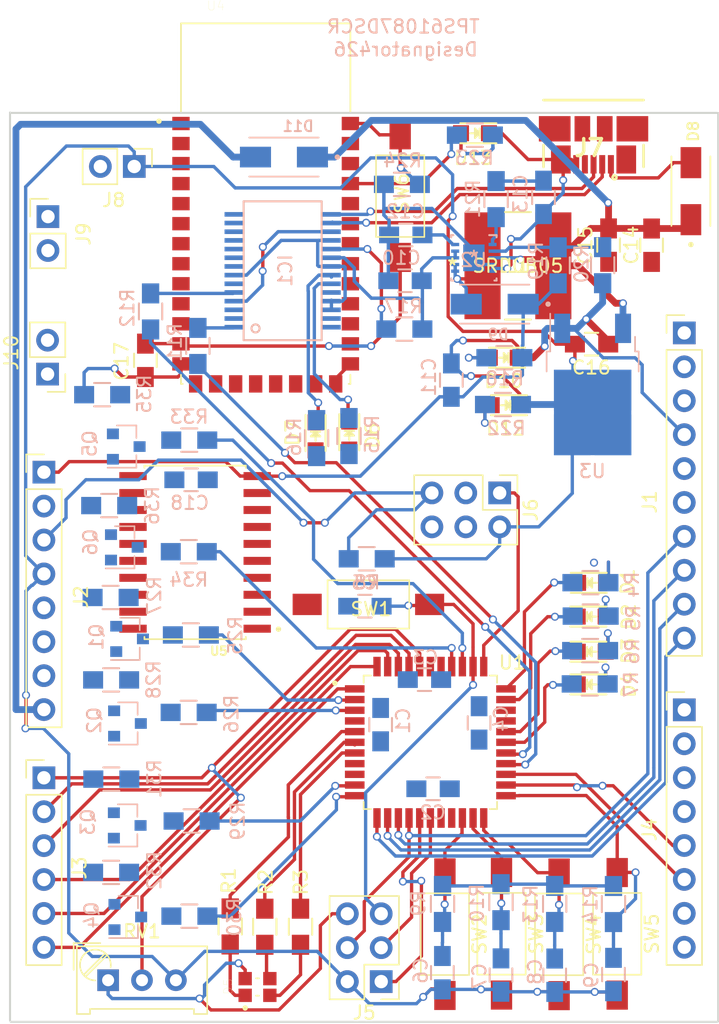
<source format=kicad_pcb>
(kicad_pcb (version 4) (host pcbnew 4.0.7)
  (layers (0 F.Cu signal) (31 B.Cu signal) (34 B.Paste user) (35 F.Paste user) (36 B.SilkS user) (37 F.SilkS user) (38 B.Mask user) (39 F.Mask user) (44 Edge.Cuts user))
  (net 0 "")
  (net 1 +3V3)
  (net 2 GND)
  (net 3 /RESET)
  (net 4 /BTN1)
  (net 5 /BTN2)
  (net 6 /BTN3)
  (net 7 /BTN4)
  (net 8 +5V)
  (net 9 +12V)
  (net 10 "Net-(C12-Pad1)")
  (net 11 "Net-(C13-Pad1)")
  (net 12 +3.3VP)
  (net 13 "Net-(D1-Pad2)")
  (net 14 "Net-(D2-Pad2)")
  (net 15 "Net-(D3-Pad2)")
  (net 16 "Net-(D4-Pad2)")
  (net 17 "Net-(D5-Pad1)")
  (net 18 "Net-(D5-Pad3)")
  (net 19 "Net-(D5-Pad4)")
  (net 20 "Net-(D6-Pad2)")
  (net 21 /TXLED)
  (net 22 "Net-(D7-Pad2)")
  (net 23 /RXLED)
  (net 24 "Net-(D10-Pad2)")
  (net 25 VIN)
  (net 26 "Net-(D12-Pad2)")
  (net 27 "Net-(D13-Pad2)")
  (net 28 "Net-(IC1-Pad28)")
  (net 29 "Net-(IC1-Pad27)")
  (net 30 "Net-(IC1-Pad19)")
  (net 31 "Net-(IC1-Pad17)")
  (net 32 D-)
  (net 33 D+)
  (net 34 /TXD)
  (net 35 "Net-(IC1-Pad2)")
  (net 36 "Net-(IC1-Pad3)")
  (net 37 /RXD)
  (net 38 "Net-(IC1-Pad6)")
  (net 39 "Net-(IC1-Pad9)")
  (net 40 "Net-(IC1-Pad10)")
  (net 41 "Net-(IC1-Pad11)")
  (net 42 "Net-(IC1-Pad12)")
  (net 43 "Net-(IC1-Pad13)")
  (net 44 "Net-(IC1-Pad14)")
  (net 45 /LED2)
  (net 46 /LED1)
  (net 47 /AREF)
  (net 48 /SCK)
  (net 49 /MISO)
  (net 50 /MOSI)
  (net 51 /PWM/CS)
  (net 52 /PWM)
  (net 53 BT_STATE)
  (net 54 "Net-(J2-Pad2)")
  (net 55 /A0)
  (net 56 /A1)
  (net 57 /A2)
  (net 58 /A3)
  (net 59 /A4)
  (net 60 /A5)
  (net 61 /PD4)
  (net 62 /PD5)
  (net 63 /TXD1)
  (net 64 /RXD1)
  (net 65 /PDI_DATA)
  (net 66 "Net-(J7-Pad4)")
  (net 67 "Net-(J9-Pad1)")
  (net 68 "Net-(J9-Pad2)")
  (net 69 "Net-(J10-Pad1)")
  (net 70 "Net-(J10-Pad2)")
  (net 71 "Net-(Q1-Pad1)")
  (net 72 /Driver_Motors/INPUT_1)
  (net 73 "Net-(Q2-Pad1)")
  (net 74 /Driver_Motors/INPUT_2)
  (net 75 "Net-(Q3-Pad1)")
  (net 76 /Driver_Motors/EN_1)
  (net 77 "Net-(Q4-Pad1)")
  (net 78 /Driver_Motors/EN_2)
  (net 79 "Net-(Q5-Pad1)")
  (net 80 /Driver_Motors/INPUT_3)
  (net 81 "Net-(Q6-Pad1)")
  (net 82 /Driver_Motors/INPUT_4)
  (net 83 /LED_R)
  (net 84 /LED_G)
  (net 85 /LED_B)
  (net 86 BT_RX)
  (net 87 BT_TX)
  (net 88 "Net-(R19-Pad2)")
  (net 89 "Net-(R21-Pad1)")
  (net 90 "Net-(R23-Pad1)")
  (net 91 "Net-(R24-Pad1)")
  (net 92 MOT1_A)
  (net 93 MOT1_B)
  (net 94 MOT1_PWM)
  (net 95 MOT2_PWM)
  (net 96 MOT2_A)
  (net 97 MOT2_B)
  (net 98 "Net-(U4-Pad17)")
  (net 99 "Net-(U4-Pad15)")
  (net 100 "Net-(U4-Pad16)")
  (net 101 "Net-(U4-Pad18)")
  (net 102 "Net-(U4-Pad19)")
  (net 103 "Net-(U4-Pad20)")
  (net 104 "Net-(U4-Pad23)")
  (net 105 "Net-(U4-Pad24)")
  (net 106 "Net-(U4-Pad25)")
  (net 107 "Net-(U4-Pad26)")
  (net 108 "Net-(U4-Pad27)")
  (net 109 "Net-(U4-Pad28)")
  (net 110 "Net-(U4-Pad29)")
  (net 111 "Net-(U4-Pad30)")
  (net 112 "Net-(U4-Pad33)")
  (net 113 "Net-(U4-Pad3)")
  (net 114 "Net-(U4-Pad4)")
  (net 115 "Net-(U4-Pad5)")
  (net 116 "Net-(U4-Pad6)")
  (net 117 "Net-(U4-Pad7)")
  (net 118 "Net-(U4-Pad8)")
  (net 119 "Net-(U4-Pad9)")
  (net 120 "Net-(U4-Pad10)")
  (net 121 "Net-(U4-Pad11)")
  (net 122 "Net-(D8-PadA)")
  (net 123 "Net-(D9-PadA)")
  (net 124 "Net-(J6-Pad3)")
  (net 125 "Net-(J6-Pad4)")
  (module "custom footprints:TO-252-2" (layer B.Cu) (at 76.6054 90.38 270)
    (fp_text reference U3 (at 6.4956 0.0244 360) (layer B.SilkS) (effects (justify mirror)))
    (fp_text value LM1117-3.3)
    (pad 1 smd rect (at -4.2 2.28 270) (size 2.2 1.2) (layers B.Cu B.Paste B.Mask) (net 2 GND))
    (pad 3 smd rect (at -4.2 -2.28 270) (size 2.2 1.2) (layers B.Cu B.Paste B.Mask) (net 8 +5V))
    (pad 2 smd rect (at 2.1 0 270) (size 6.4 5.8) (layers B.Cu B.Mask) (net 1 +3V3))
    (pad 2 smd rect (at 3.775 -1.525 270) (size 3.05 2.75) (layers B.Cu B.Paste) (net 1 +3V3))
    (pad 2 smd rect (at 0.425 1.525 270) (size 3.05 2.75) (layers B.Cu B.Paste) (net 1 +3V3))
    (pad 2 smd rect (at 3.775 1.525 270) (size 3.05 2.75) (layers B.Cu B.Paste) (net 1 +3V3))
    (pad 2 smd rect (at 0.425 -1.525 270) (size 3.05 2.75) (layers B.Cu B.Paste) (net 1 +3V3))
  )
  (module "custom footprints:R_0805_HandSoldering" (layer B.Cu) (at 62.4929 86.233 180)
    (fp_text reference R17 (at 0.0724 1.7018 180) (layer B.SilkS) (effects (justify mirror)))
    (fp_text value 10K)
    (pad 1 smd rect (at -1.35 0 180) (size 1.5 1.3) (layers B.Cu B.Paste B.Mask) (net 8 +5V))
    (pad 2 smd rect (at 1.35 0 180) (size 1.5 1.3) (layers B.Cu B.Paste B.Mask) (net 30 "Net-(IC1-Pad19)"))
  )
  (module "custom footprints:R_0805_HandSoldering" (layer B.Cu) (at 47.01286 87.49666 270)
    (fp_text reference R11 (at -0.2629 1.7272 450) (layer B.SilkS) (effects (justify mirror)))
    (fp_text value 1K)
    (pad 1 smd rect (at -1.35 0 270) (size 1.5 1.3) (layers B.Cu B.Paste B.Mask) (net 34 /TXD))
    (pad 2 smd rect (at 1.35 0 270) (size 1.5 1.3) (layers B.Cu B.Paste B.Mask) (net 64 /RXD1))
  )
  (module "custom footprints:C_0805_HandSoldering" (layer B.Cu) (at 72.9234 76.3705 270)
    (fp_text reference C13 (at -0.2667 1.7272 450) (layer B.SilkS) (effects (justify mirror)))
    (fp_text value 820pf)
    (pad 1 smd rect (at -1.25 0 270) (size 1.5 1.25) (layers B.Cu B.Paste B.Mask) (net 11 "Net-(C13-Pad1)"))
    (pad 2 smd rect (at 1.25 0 270) (size 1.5 1.25) (layers B.Cu B.Paste B.Mask) (net 2 GND))
  )
  (module "custom footprints:C_0805_HandSoldering" (layer B.Cu) (at 60.71362 115.85988 90)
    (fp_text reference C1 (at 0.28988 1.68402 90) (layer B.SilkS) (effects (justify mirror)))
    (fp_text value 100nF)
    (pad 1 smd rect (at -1.25 0 90) (size 1.5 1.25) (layers B.Cu B.Paste B.Mask) (net 1 +3V3))
    (pad 2 smd rect (at 1.25 0 90) (size 1.5 1.25) (layers B.Cu B.Paste B.Mask) (net 2 GND))
  )
  (module "custom footprints:C_0805_HandSoldering" (layer B.Cu) (at 64.64268 120.6627)
    (fp_text reference C2 (at -0.0254 1.778 180) (layer B.SilkS) (effects (justify mirror)))
    (fp_text value 100nF)
    (pad 1 smd rect (at -1.25 0) (size 1.5 1.25) (layers B.Cu B.Paste B.Mask) (net 1 +3V3))
    (pad 2 smd rect (at 1.25 0) (size 1.5 1.25) (layers B.Cu B.Paste B.Mask) (net 2 GND))
  )
  (module "custom footprints:C_0805_HandSoldering" (layer B.Cu) (at 63.99752 112.48644)
    (fp_text reference C3 (at 0.0635 -1.6637) (layer B.SilkS) (effects (justify mirror)))
    (fp_text value 100nF)
    (pad 1 smd rect (at -1.25 0) (size 1.5 1.25) (layers B.Cu B.Paste B.Mask) (net 1 +3V3))
    (pad 2 smd rect (at 1.25 0) (size 1.5 1.25) (layers B.Cu B.Paste B.Mask) (net 2 GND))
  )
  (module "custom footprints:C_0805_HandSoldering" (layer B.Cu) (at 68.09232 115.73002 270)
    (fp_text reference C4 (at -0.318372 -1.639352 270) (layer B.SilkS) (effects (justify mirror)))
    (fp_text value 100nF)
    (pad 1 smd rect (at -1.25 0 270) (size 1.5 1.25) (layers B.Cu B.Paste B.Mask) (net 1 +3V3))
    (pad 2 smd rect (at 1.25 0 270) (size 1.5 1.25) (layers B.Cu B.Paste B.Mask) (net 2 GND))
  )
  (module "custom footprints:C_0805_HandSoldering" (layer B.Cu) (at 59.53474 106.98734 180)
    (fp_text reference C5 (at 0.0435 1.7653 180) (layer B.SilkS) (effects (justify mirror)))
    (fp_text value 100nF)
    (pad 1 smd rect (at -1.25 0 180) (size 1.5 1.25) (layers B.Cu B.Paste B.Mask) (net 3 /RESET))
    (pad 2 smd rect (at 1.25 0 180) (size 1.5 1.25) (layers B.Cu B.Paste B.Mask) (net 2 GND))
  )
  (module "custom footprints:C_0805_HandSoldering" (layer B.Cu) (at 65.3415 134.4368 90)
    (fp_text reference C6 (at 0.147 -1.6256 90) (layer B.SilkS) (effects (justify mirror)))
    (fp_text value 100nF)
    (pad 1 smd rect (at -1.25 0 90) (size 1.5 1.25) (layers B.Cu B.Paste B.Mask) (net 1 +3V3))
    (pad 2 smd rect (at 1.25 0 90) (size 1.5 1.25) (layers B.Cu B.Paste B.Mask) (net 4 /BTN1))
  )
  (module "custom footprints:C_0805_HandSoldering" (layer B.Cu) (at 69.7357 134.6146 90)
    (fp_text reference C7 (at -0.0816 -1.6129 90) (layer B.SilkS) (effects (justify mirror)))
    (fp_text value 100nF)
    (pad 1 smd rect (at -1.25 0 90) (size 1.5 1.25) (layers B.Cu B.Paste B.Mask) (net 1 +3V3))
    (pad 2 smd rect (at 1.25 0 90) (size 1.5 1.25) (layers B.Cu B.Paste B.Mask) (net 5 /BTN2))
  )
  (module "custom footprints:C_0805_HandSoldering" (layer B.Cu) (at 73.7616 134.6273 90)
    (fp_text reference C8 (at 0.2613 -1.4732 90) (layer B.SilkS) (effects (justify mirror)))
    (fp_text value 100nF)
    (pad 1 smd rect (at -1.25 0 90) (size 1.5 1.25) (layers B.Cu B.Paste B.Mask) (net 1 +3V3))
    (pad 2 smd rect (at 1.25 0 90) (size 1.5 1.25) (layers B.Cu B.Paste B.Mask) (net 6 /BTN3))
  )
  (module "custom footprints:C_0805_HandSoldering" (layer B.Cu) (at 78.1685 134.5746 90)
    (fp_text reference C9 (at -0.0454 -1.6637 90) (layer B.SilkS) (effects (justify mirror)))
    (fp_text value 100nF)
    (pad 1 smd rect (at -1.25 0 90) (size 1.5 1.25) (layers B.Cu B.Paste B.Mask) (net 1 +3V3))
    (pad 2 smd rect (at 1.25 0 90) (size 1.5 1.25) (layers B.Cu B.Paste B.Mask) (net 7 /BTN4))
  )
  (module "custom footprints:C_0805_HandSoldering" (layer B.Cu) (at 62.5421 82.6135 180)
    (fp_text reference C10 (at 0.274 1.7145 180) (layer B.SilkS) (effects (justify mirror)))
    (fp_text value 100nF)
    (pad 1 smd rect (at -1.25 0 180) (size 1.5 1.25) (layers B.Cu B.Paste B.Mask) (net 8 +5V))
    (pad 2 smd rect (at 1.25 0 180) (size 1.5 1.25) (layers B.Cu B.Paste B.Mask) (net 2 GND))
  )
  (module "custom footprints:C_0805_HandSoldering" (layer B.Cu) (at 66.0146 90.0557 90)
    (fp_text reference C11 (at 0.2232 -1.6764 90) (layer B.SilkS) (effects (justify mirror)))
    (fp_text value 22uf)
    (pad 1 smd rect (at -1.25 0 90) (size 1.5 1.25) (layers B.Cu B.Paste B.Mask) (net 9 +12V))
    (pad 2 smd rect (at 1.25 0 90) (size 1.5 1.25) (layers B.Cu B.Paste B.Mask) (net 2 GND))
  )
  (module "custom footprints:C_0805_HandSoldering" (layer B.Cu) (at 62.5983 79.1845 180)
    (fp_text reference C12 (at 0.0254 1.758 180) (layer B.SilkS) (effects (justify mirror)))
    (fp_text value 100nf)
    (pad 1 smd rect (at -1.25 0 180) (size 1.5 1.25) (layers B.Cu B.Paste B.Mask) (net 10 "Net-(C12-Pad1)"))
    (pad 2 smd rect (at 1.25 0 180) (size 1.5 1.25) (layers B.Cu B.Paste B.Mask) (net 2 GND))
  )
  (module "custom footprints:C_0805_HandSoldering" (layer F.Cu) (at 81.026 79.9538 270)
    (fp_text reference C14 (at -0.0073 1.524 450) (layer F.SilkS))
    (fp_text value 1uf)
    (pad 1 smd rect (at -1.25 0 270) (size 1.5 1.25) (layers F.Cu F.Paste F.Mask) (net 8 +5V))
    (pad 2 smd rect (at 1.25 0 270) (size 1.5 1.25) (layers F.Cu F.Paste F.Mask) (net 2 GND))
  )
  (module "custom footprints:C_0805_HandSoldering" (layer F.Cu) (at 77.8002 79.9465 270)
    (fp_text reference C15 (at 0.0054 1.7399 450) (layer F.SilkS))
    (fp_text value 10uf)
    (pad 1 smd rect (at -1.25 0 270) (size 1.5 1.25) (layers F.Cu F.Paste F.Mask) (net 8 +5V))
    (pad 2 smd rect (at 1.25 0 270) (size 1.5 1.25) (layers F.Cu F.Paste F.Mask) (net 2 GND))
  )
  (module "custom footprints:C_0805_HandSoldering" (layer F.Cu) (at 76.5248 87.3633)
    (fp_text reference C16 (at -0.02 1.7526) (layer F.SilkS))
    (fp_text value 10uf)
    (pad 1 smd rect (at -1.25 0) (size 1.5 1.25) (layers F.Cu F.Paste F.Mask) (net 1 +3V3))
    (pad 2 smd rect (at 1.25 0) (size 1.5 1.25) (layers F.Cu F.Paste F.Mask) (net 2 GND))
  )
  (module "custom footprints:C_0805_HandSoldering" (layer F.Cu) (at 43.0784 88.57456 270)
    (fp_text reference C17 (at 0.0762 1.7907 270) (layer F.SilkS))
    (fp_text value 100nF)
    (pad 1 smd rect (at -1.25 0 270) (size 1.5 1.25) (layers F.Cu F.Paste F.Mask) (net 12 +3.3VP))
    (pad 2 smd rect (at 1.25 0 270) (size 1.5 1.25) (layers F.Cu F.Paste F.Mask) (net 2 GND))
  )
  (module "custom footprints:C_0805_HandSoldering" (layer B.Cu) (at 46.502 97.5233 180)
    (fp_text reference C18 (at 0.1016 -1.7272 180) (layer B.SilkS) (effects (justify mirror)))
    (fp_text value 100nf)
    (pad 1 smd rect (at -1.25 0 180) (size 1.5 1.25) (layers B.Cu B.Paste B.Mask) (net 8 +5V))
    (pad 2 smd rect (at 1.25 0 180) (size 1.5 1.25) (layers B.Cu B.Paste B.Mask) (net 2 GND))
  )
  (module "custom footprints:LED_0805" (layer F.Cu) (at 76.56322 105.23982)
    (fp_text reference D1 (at 2.67197 -0.092328 90) (layer F.SilkS))
    (fp_text value AP2012HD)
    (pad 2 smd rect (at 1.04902 0 180) (size 1.19888 1.19888) (layers F.Cu F.Paste F.Mask) (net 13 "Net-(D1-Pad2)"))
    (pad 1 smd rect (at -1.04902 0 180) (size 1.19888 1.19888) (layers F.Cu F.Paste F.Mask) (net 2 GND))
  )
  (module "custom footprints:LED_0805" (layer F.Cu) (at 76.53274 107.76712)
    (fp_text reference D2 (at 2.78627 0.009272 90) (layer F.SilkS))
    (fp_text value AP2012HD)
    (pad 2 smd rect (at 1.04902 0 180) (size 1.19888 1.19888) (layers F.Cu F.Paste F.Mask) (net 14 "Net-(D2-Pad2)"))
    (pad 1 smd rect (at -1.04902 0 180) (size 1.19888 1.19888) (layers F.Cu F.Paste F.Mask) (net 2 GND))
  )
  (module "custom footprints:LED_0805" (layer F.Cu) (at 76.53782 110.39602)
    (fp_text reference D3 (at 2.77357 -0.066928 90) (layer F.SilkS))
    (fp_text value LTW-170TK)
    (pad 2 smd rect (at 1.04902 0 180) (size 1.19888 1.19888) (layers F.Cu F.Paste F.Mask) (net 15 "Net-(D3-Pad2)"))
    (pad 1 smd rect (at -1.04902 0 180) (size 1.19888 1.19888) (layers F.Cu F.Paste F.Mask) (net 2 GND))
  )
  (module "custom footprints:LED_0805" (layer F.Cu) (at 76.53782 112.84712)
    (fp_text reference D4 (at 2.77357 0.021972 90) (layer F.SilkS))
    (fp_text value LTW-170TK)
    (pad 2 smd rect (at 1.04902 0 180) (size 1.19888 1.19888) (layers F.Cu F.Paste F.Mask) (net 16 "Net-(D4-Pad2)"))
    (pad 1 smd rect (at -1.04902 0 180) (size 1.19888 1.19888) (layers F.Cu F.Paste F.Mask) (net 2 GND))
  )
  (module "custom footprints:LED_150080M153000" (layer F.Cu) (at 51.4831 135.5069 90)
    (fp_text reference D5 (at 0.032 -2.2064 90) (layer F.SilkS) (effects (font (size 0.64 0.64) (thickness 0.015))))
    (fp_text value LED_RCGB)
    (pad 1 smd rect (at -0.625 -0.925 90) (size 1 1) (layers F.Cu F.Paste F.Mask) (net 17 "Net-(D5-Pad1)"))
    (pad 2 smd rect (at 0.625 -0.925 90) (size 1 1) (layers F.Cu F.Paste F.Mask) (net 2 GND))
    (pad 3 smd rect (at 0.625 0.925 90) (size 1 1) (layers F.Cu F.Paste F.Mask) (net 18 "Net-(D5-Pad3)"))
    (pad 4 smd rect (at -0.625 0.925 90) (size 1 1) (layers F.Cu F.Paste F.Mask) (net 19 "Net-(D5-Pad4)"))
  )
  (module "custom footprints:LED_0805" (layer F.Cu) (at 58.363142 94.208932 270)
    (fp_text reference D6 (at 0 -1.75 270) (layer F.SilkS))
    (fp_text value AP2012HD)
    (pad 2 smd rect (at 1.04902 0 90) (size 1.19888 1.19888) (layers F.Cu F.Paste F.Mask) (net 20 "Net-(D6-Pad2)"))
    (pad 1 smd rect (at -1.04902 0 90) (size 1.19888 1.19888) (layers F.Cu F.Paste F.Mask) (net 21 /TXLED))
  )
  (module "custom footprints:LED_0805" (layer F.Cu) (at 55.835842 94.267352 270)
    (fp_text reference D7 (at -0.259412 1.721142 270) (layer F.SilkS))
    (fp_text value AP2012HD)
    (pad 2 smd rect (at 1.04902 0 90) (size 1.19888 1.19888) (layers F.Cu F.Paste F.Mask) (net 22 "Net-(D7-Pad2)"))
    (pad 1 smd rect (at -1.04902 0 90) (size 1.19888 1.19888) (layers F.Cu F.Paste F.Mask) (net 23 /RXLED))
  )
  (module "custom footprints:LED_0805" (layer F.Cu) (at 69.94398 88.3793 180)
    (fp_text reference D10 (at 0 -1.75 180) (layer F.SilkS))
    (fp_text value LED_ALT)
    (pad 2 smd rect (at 1.04902 0) (size 1.19888 1.19888) (layers F.Cu F.Paste F.Mask) (net 24 "Net-(D10-Pad2)"))
    (pad 1 smd rect (at -1.04902 0) (size 1.19888 1.19888) (layers F.Cu F.Paste F.Mask) (net 2 GND))
  )
  (module "custom footprints:LED_0805" (layer F.Cu) (at 70.08622 91.9353 180)
    (fp_text reference D12 (at 0 -1.75 180) (layer F.SilkS))
    (fp_text value LED_ALT)
    (pad 2 smd rect (at 1.04902 0) (size 1.19888 1.19888) (layers F.Cu F.Paste F.Mask) (net 26 "Net-(D12-Pad2)"))
    (pad 1 smd rect (at -1.04902 0) (size 1.19888 1.19888) (layers F.Cu F.Paste F.Mask) (net 2 GND))
  )
  (module "custom footprints:LED_0805" (layer F.Cu) (at 67.786317 71.567749 180)
    (fp_text reference D13 (at 0.108017 -1.850951 180) (layer F.SilkS))
    (fp_text value LED_ALT)
    (pad 2 smd rect (at 1.04902 0) (size 1.19888 1.19888) (layers F.Cu F.Paste F.Mask) (net 27 "Net-(D13-Pad2)"))
    (pad 1 smd rect (at -1.04902 0) (size 1.19888 1.19888) (layers F.Cu F.Paste F.Mask) (net 2 GND))
  )
  (module "custom footprints:SSOP28-LD" (layer B.Cu) (at 53.367 81.8682 90)
    (fp_text reference IC1 (at 0.0127 0.2032 90) (layer B.SilkS) (effects (font (size 1.000031 1.000031)) (justify mirror)))
    (fp_text value FT232RL)
    (pad 28 smd rect (at -4.225 3.656 90) (size 0.348 1.397) (layers B.Cu B.Paste B.Mask) (net 28 "Net-(IC1-Pad28)"))
    (pad 27 smd rect (at -3.575 3.656 90) (size 0.348 1.397) (layers B.Cu B.Paste B.Mask) (net 29 "Net-(IC1-Pad27)"))
    (pad 26 smd rect (at -2.925 3.656 90) (size 0.348 1.397) (layers B.Cu B.Paste B.Mask) (net 2 GND))
    (pad 25 smd rect (at -2.275 3.656 90) (size 0.348 1.397) (layers B.Cu B.Paste B.Mask) (net 2 GND))
    (pad 24 smd rect (at -1.625 3.656 90) (size 0.348 1.397) (layers B.Cu B.Paste B.Mask))
    (pad 23 smd rect (at -0.975 3.656 90) (size 0.348 1.397) (layers B.Cu B.Paste B.Mask) (net 21 /TXLED))
    (pad 22 smd rect (at -0.325 3.656 90) (size 0.348 1.397) (layers B.Cu B.Paste B.Mask) (net 23 /RXLED))
    (pad 20 smd rect (at 0.975 3.656 90) (size 0.348 1.397) (layers B.Cu B.Paste B.Mask) (net 8 +5V))
    (pad 21 smd rect (at 0.325 3.656 90) (size 0.348 1.397) (layers B.Cu B.Paste B.Mask) (net 2 GND))
    (pad 19 smd rect (at 1.625 3.656 90) (size 0.348 1.397) (layers B.Cu B.Paste B.Mask) (net 30 "Net-(IC1-Pad19)"))
    (pad 18 smd rect (at 2.275 3.656 90) (size 0.348 1.397) (layers B.Cu B.Paste B.Mask) (net 2 GND))
    (pad 17 smd rect (at 2.925 3.656 90) (size 0.348 1.397) (layers B.Cu B.Paste B.Mask) (net 31 "Net-(IC1-Pad17)"))
    (pad 16 smd rect (at 3.575 3.656 90) (size 0.348 1.397) (layers B.Cu B.Paste B.Mask) (net 32 D-))
    (pad 15 smd rect (at 4.225 3.656 90) (size 0.348 1.397) (layers B.Cu B.Paste B.Mask) (net 33 D+))
    (pad 1 smd rect (at -4.225 -3.656 90) (size 0.348 1.397) (layers B.Cu B.Paste B.Mask) (net 34 /TXD))
    (pad 2 smd rect (at -3.575 -3.656 90) (size 0.348 1.397) (layers B.Cu B.Paste B.Mask) (net 35 "Net-(IC1-Pad2)"))
    (pad 3 smd rect (at -2.925 -3.656 90) (size 0.348 1.397) (layers B.Cu B.Paste B.Mask) (net 36 "Net-(IC1-Pad3)"))
    (pad 4 smd rect (at -2.275 -3.656 90) (size 0.348 1.397) (layers B.Cu B.Paste B.Mask) (net 31 "Net-(IC1-Pad17)"))
    (pad 5 smd rect (at -1.625 -3.656 90) (size 0.348 1.397) (layers B.Cu B.Paste B.Mask) (net 37 /RXD))
    (pad 6 smd rect (at -0.975 -3.656 90) (size 0.348 1.397) (layers B.Cu B.Paste B.Mask) (net 38 "Net-(IC1-Pad6)"))
    (pad 7 smd rect (at -0.325 -3.656 90) (size 0.348 1.397) (layers B.Cu B.Paste B.Mask) (net 2 GND))
    (pad 8 smd rect (at 0.325 -3.656 90) (size 0.348 1.397) (layers B.Cu B.Paste B.Mask))
    (pad 9 smd rect (at 0.975 -3.656 90) (size 0.348 1.397) (layers B.Cu B.Paste B.Mask) (net 39 "Net-(IC1-Pad9)"))
    (pad 10 smd rect (at 1.625 -3.656 90) (size 0.348 1.397) (layers B.Cu B.Paste B.Mask) (net 40 "Net-(IC1-Pad10)"))
    (pad 11 smd rect (at 2.275 -3.656 90) (size 0.348 1.397) (layers B.Cu B.Paste B.Mask) (net 41 "Net-(IC1-Pad11)"))
    (pad 12 smd rect (at 2.925 -3.656 90) (size 0.348 1.397) (layers B.Cu B.Paste B.Mask) (net 42 "Net-(IC1-Pad12)"))
    (pad 13 smd rect (at 3.575 -3.656 90) (size 0.348 1.397) (layers B.Cu B.Paste B.Mask) (net 43 "Net-(IC1-Pad13)"))
    (pad 14 smd rect (at 4.225 -3.656 90) (size 0.348 1.397) (layers B.Cu B.Paste B.Mask) (net 44 "Net-(IC1-Pad14)"))
  )
  (module "custom footprints:Pin_Header_Straight_1x10_Pitch2.54mm" (layer F.Cu) (at 83.4757 86.5208)
    (fp_text reference J1 (at -2.5894 12.6619 90) (layer F.SilkS))
    (fp_text value Conn_01x10)
    (pad 1 thru_hole rect (at 0 0) (size 1.7 1.7) (drill 1) (layers *.Cu *.Mask) (net 45 /LED2))
    (pad 2 thru_hole oval (at 0 2.54) (size 1.7 1.7) (drill 1) (layers *.Cu *.Mask) (net 46 /LED1))
    (pad 3 thru_hole oval (at 0 5.08) (size 1.7 1.7) (drill 1) (layers *.Cu *.Mask) (net 47 /AREF))
    (pad 4 thru_hole oval (at 0 7.62) (size 1.7 1.7) (drill 1) (layers *.Cu *.Mask) (net 2 GND))
    (pad 5 thru_hole oval (at 0 10.16) (size 1.7 1.7) (drill 1) (layers *.Cu *.Mask) (net 48 /SCK))
    (pad 6 thru_hole oval (at 0 12.7) (size 1.7 1.7) (drill 1) (layers *.Cu *.Mask) (net 49 /MISO))
    (pad 7 thru_hole oval (at 0 15.24) (size 1.7 1.7) (drill 1) (layers *.Cu *.Mask) (net 50 /MOSI))
    (pad 8 thru_hole oval (at 0 17.78) (size 1.7 1.7) (drill 1) (layers *.Cu *.Mask) (net 51 /PWM/CS))
    (pad 9 thru_hole oval (at 0 20.32) (size 1.7 1.7) (drill 1) (layers *.Cu *.Mask) (net 52 /PWM))
    (pad 10 thru_hole oval (at 0 22.86) (size 1.7 1.7) (drill 1) (layers *.Cu *.Mask) (net 53 BT_STATE))
  )
  (module "custom footprints:Pin_Header_Straight_1x08_Pitch2.54mm" (layer F.Cu) (at 35.4711 96.951368)
    (fp_text reference J2 (at 2.7813 9.347632 90) (layer F.SilkS))
    (fp_text value Conn_01x08)
    (pad 1 thru_hole rect (at 0 0) (size 1.7 1.7) (drill 1) (layers *.Cu *.Mask) (net 9 +12V))
    (pad 2 thru_hole oval (at 0 2.54) (size 1.7 1.7) (drill 1) (layers *.Cu *.Mask) (net 54 "Net-(J2-Pad2)"))
    (pad 3 thru_hole oval (at 0 5.08) (size 1.7 1.7) (drill 1) (layers *.Cu *.Mask) (net 3 /RESET))
    (pad 4 thru_hole oval (at 0 7.62) (size 1.7 1.7) (drill 1) (layers *.Cu *.Mask) (net 1 +3V3))
    (pad 5 thru_hole oval (at 0 10.16) (size 1.7 1.7) (drill 1) (layers *.Cu *.Mask) (net 8 +5V))
    (pad 6 thru_hole oval (at 0 12.7) (size 1.7 1.7) (drill 1) (layers *.Cu *.Mask) (net 2 GND))
    (pad 7 thru_hole oval (at 0 15.24) (size 1.7 1.7) (drill 1) (layers *.Cu *.Mask) (net 2 GND))
    (pad 8 thru_hole oval (at 0 17.78) (size 1.7 1.7) (drill 1) (layers *.Cu *.Mask) (net 25 VIN))
  )
  (module "custom footprints:Pin_Header_Straight_1x06_Pitch2.54mm" (layer F.Cu) (at 35.4711 119.84)
    (fp_text reference J3 (at 2.667 6.7536 90) (layer F.SilkS))
    (fp_text value Conn_01x06)
    (pad 1 thru_hole rect (at 0 0) (size 1.7 1.7) (drill 1) (layers *.Cu *.Mask) (net 55 /A0))
    (pad 2 thru_hole oval (at 0 2.54) (size 1.7 1.7) (drill 1) (layers *.Cu *.Mask) (net 56 /A1))
    (pad 3 thru_hole oval (at 0 5.08) (size 1.7 1.7) (drill 1) (layers *.Cu *.Mask) (net 57 /A2))
    (pad 4 thru_hole oval (at 0 7.62) (size 1.7 1.7) (drill 1) (layers *.Cu *.Mask) (net 58 /A3))
    (pad 5 thru_hole oval (at 0 10.16) (size 1.7 1.7) (drill 1) (layers *.Cu *.Mask) (net 59 /A4))
    (pad 6 thru_hole oval (at 0 12.7) (size 1.7 1.7) (drill 1) (layers *.Cu *.Mask) (net 60 /A5))
  )
  (module "custom footprints:Pin_Header_Straight_1x08_Pitch2.54mm" (layer F.Cu) (at 83.4757 114.7513)
    (fp_text reference J4 (at -2.6021 8.9789 90) (layer F.SilkS))
    (fp_text value Conn_01x08)
    (pad 1 thru_hole rect (at 0 0) (size 1.7 1.7) (drill 1) (layers *.Cu *.Mask) (net 4 /BTN1))
    (pad 2 thru_hole oval (at 0 2.54) (size 1.7 1.7) (drill 1) (layers *.Cu *.Mask) (net 5 /BTN2))
    (pad 3 thru_hole oval (at 0 5.08) (size 1.7 1.7) (drill 1) (layers *.Cu *.Mask) (net 6 /BTN3))
    (pad 4 thru_hole oval (at 0 7.62) (size 1.7 1.7) (drill 1) (layers *.Cu *.Mask) (net 7 /BTN4))
    (pad 5 thru_hole oval (at 0 10.16) (size 1.7 1.7) (drill 1) (layers *.Cu *.Mask) (net 61 /PD4))
    (pad 6 thru_hole oval (at 0 12.7) (size 1.7 1.7) (drill 1) (layers *.Cu *.Mask) (net 62 /PD5))
    (pad 7 thru_hole oval (at 0 15.24) (size 1.7 1.7) (drill 1) (layers *.Cu *.Mask) (net 63 /TXD1))
    (pad 8 thru_hole oval (at 0 17.78) (size 1.7 1.7) (drill 1) (layers *.Cu *.Mask) (net 64 /RXD1))
  )
  (module "custom footprints:Pin_Header_Straight_2x03_Pitch2.54mm" (layer F.Cu) (at 60.7568 135.1026 180)
    (fp_text reference J5 (at 1.27 -2.33 180) (layer F.SilkS))
    (fp_text value Conn_02x03_Counter_Clockwise)
    (pad 1 thru_hole rect (at 0 0 180) (size 1.7 1.7) (drill 1) (layers *.Cu *.Mask) (net 49 /MISO))
    (pad 2 thru_hole oval (at 2.54 0 180) (size 1.7 1.7) (drill 1) (layers *.Cu *.Mask) (net 1 +3V3))
    (pad 3 thru_hole oval (at 0 2.54 180) (size 1.7 1.7) (drill 1) (layers *.Cu *.Mask) (net 48 /SCK))
    (pad 4 thru_hole oval (at 2.54 2.54 180) (size 1.7 1.7) (drill 1) (layers *.Cu *.Mask) (net 50 /MOSI))
    (pad 5 thru_hole oval (at 0 5.08 180) (size 1.7 1.7) (drill 1) (layers *.Cu *.Mask) (net 3 /RESET))
    (pad 6 thru_hole oval (at 2.54 5.08 180) (size 1.7 1.7) (drill 1) (layers *.Cu *.Mask) (net 2 GND))
  )
  (module "custom footprints:Pin_Header_Straight_2x03_Pitch2.54mm" (layer F.Cu) (at 69.63664 98.50628 270)
    (fp_text reference J6 (at 1.27 -2.33 270) (layer F.SilkS))
    (fp_text value Conn_02x03_Counter_Clockwise)
    (pad 1 thru_hole rect (at 0 0 270) (size 1.7 1.7) (drill 1) (layers *.Cu *.Mask) (net 65 /PDI_DATA))
    (pad 2 thru_hole oval (at 2.54 0 270) (size 1.7 1.7) (drill 1) (layers *.Cu *.Mask) (net 1 +3V3))
    (pad 3 thru_hole oval (at 0 2.54 270) (size 1.7 1.7) (drill 1) (layers *.Cu *.Mask) (net 124 "Net-(J6-Pad3)"))
    (pad 4 thru_hole oval (at 2.54 2.54 270) (size 1.7 1.7) (drill 1) (layers *.Cu *.Mask) (net 125 "Net-(J6-Pad4)"))
    (pad 5 thru_hole oval (at 0 5.08 270) (size 1.7 1.7) (drill 1) (layers *.Cu *.Mask) (net 3 /RESET))
    (pad 6 thru_hole oval (at 2.54 5.08 270) (size 1.7 1.7) (drill 1) (layers *.Cu *.Mask) (net 2 GND))
  )
  (module "custom footprints:47346-0001" (layer F.Cu) (at 76.6741 69.0843)
    (fp_text reference J7 (at -0.313 3.58) (layer F.SilkS) (effects (font (size 1.27 1.27) (thickness 0.254))))
    (fp_text value USB_OTG hide)
    (pad 1 smd rect (at 1.3 4.81) (size 0.45 1.38) (layers F.Cu F.Paste F.Mask) (net 122 "Net-(D8-PadA)"))
    (pad 2 smd rect (at 0.65 4.81) (size 0.45 1.38) (layers F.Cu F.Paste F.Mask) (net 32 D-))
    (pad 3 smd rect (at 0 4.81) (size 0.45 1.38) (layers F.Cu F.Paste F.Mask) (net 33 D+))
    (pad 4 smd rect (at -0.65 4.81) (size 0.45 1.38) (layers F.Cu F.Paste F.Mask) (net 66 "Net-(J7-Pad4)"))
    (pad 5 smd rect (at -1.3 4.81) (size 0.45 1.38) (layers F.Cu F.Paste F.Mask) (net 2 GND))
    (pad 6 smd rect (at -2.4525 4.45) (size 1.475 2.1) (layers F.Cu F.Paste F.Mask) (net 2 GND))
    (pad 7 smd rect (at 2.4525 4.45) (size 1.475 2.1) (layers F.Cu F.Paste F.Mask))
    (pad 8 smd rect (at 0.8375 2.15) (size 1.175 1.9) (layers F.Cu F.Paste F.Mask))
    (pad 9 smd rect (at -0.8375 2.15) (size 1.175 1.9) (layers F.Cu F.Paste F.Mask))
    (pad 10 smd rect (at 2.9125 2.15 90) (size 1.9 2.375) (layers F.Cu F.Paste F.Mask))
    (pad 11 smd rect (at -2.9125 2.15 90) (size 1.9 2.375) (layers F.Cu F.Paste F.Mask))
  )
  (module "custom footprints:Pin_Header_Straight_1x02_Pitch2.54mm" (layer F.Cu) (at 42.24274 74.05878 270)
    (fp_text reference J8 (at 2.5146 1.5367 360) (layer F.SilkS))
    (fp_text value Conn_01x02)
    (pad 1 thru_hole rect (at 0 0 270) (size 1.7 1.7) (drill 1) (layers *.Cu *.Mask) (net 1 +3V3))
    (pad 2 thru_hole oval (at 0 2.54 270) (size 1.7 1.7) (drill 1) (layers *.Cu *.Mask) (net 12 +3.3VP))
  )
  (module "custom footprints:Pin_Header_Straight_1x02_Pitch2.54mm" (layer F.Cu) (at 35.7759 77.81036)
    (fp_text reference J9 (at 2.667 1.3081 90) (layer F.SilkS))
    (fp_text value Conn_01x02)
    (pad 1 thru_hole rect (at 0 0) (size 1.7 1.7) (drill 1) (layers *.Cu *.Mask) (net 67 "Net-(J9-Pad1)"))
    (pad 2 thru_hole oval (at 0 2.54) (size 1.7 1.7) (drill 1) (layers *.Cu *.Mask) (net 68 "Net-(J9-Pad2)"))
  )
  (module "custom footprints:Pin_Header_Straight_1x02_Pitch2.54mm" (layer F.Cu) (at 35.74542 89.60612 180)
    (fp_text reference J10 (at 2.7178 1.6129 270) (layer F.SilkS))
    (fp_text value Conn_01x02)
    (pad 1 thru_hole rect (at 0 0 180) (size 1.7 1.7) (drill 1) (layers *.Cu *.Mask) (net 69 "Net-(J10-Pad1)"))
    (pad 2 thru_hole oval (at 0 2.54 180) (size 1.7 1.7) (drill 1) (layers *.Cu *.Mask) (net 70 "Net-(J10-Pad2)"))
  )
  (module "custom footprints:SDR0805-332KL" (layer F.Cu) (at 71.0057 81.4959)
    (fp_text reference L1 (at 0 0) (layer F.SilkS))
    (fp_text value SRD0B05 (at 0 0) (layer F.SilkS))
    (fp_text user * (at -4.9149 0) (layer F.SilkS))
    (fp_text user * (at -4.9149 0) (layer F.SilkS))
    (pad 1 smd rect (at -2.6543 0) (size 2.7051 8.001) (layers F.Cu F.Paste F.Mask) (net 123 "Net-(D9-PadA)"))
    (pad 2 smd rect (at 2.6543 0) (size 2.7051 8.001) (layers F.Cu F.Paste F.Mask) (net 8 +5V))
  )
  (module "custom footprints:SOT-23" (layer B.Cu) (at 41.894 109.4384)
    (fp_text reference Q1 (at -2.4859 -0.1422 270) (layer B.SilkS) (effects (justify mirror)))
    (fp_text value MMBT3904)
    (pad 1 smd rect (at -1 0.95) (size 0.9 0.8) (layers B.Cu B.Paste B.Mask) (net 71 "Net-(Q1-Pad1)"))
    (pad 2 smd rect (at -1 -0.95) (size 0.9 0.8) (layers B.Cu B.Paste B.Mask) (net 72 /Driver_Motors/INPUT_1))
    (pad 3 smd rect (at 1 0) (size 0.9 0.8) (layers B.Cu B.Paste B.Mask) (net 8 +5V))
  )
  (module "custom footprints:SOT-23" (layer B.Cu) (at 41.7355 115.7732)
    (fp_text reference Q2 (at -2.4925 -0.2286 90) (layer B.SilkS) (effects (justify mirror)))
    (fp_text value MMBT3904)
    (pad 1 smd rect (at -1 0.95) (size 0.9 0.8) (layers B.Cu B.Paste B.Mask) (net 73 "Net-(Q2-Pad1)"))
    (pad 2 smd rect (at -1 -0.95) (size 0.9 0.8) (layers B.Cu B.Paste B.Mask) (net 74 /Driver_Motors/INPUT_2))
    (pad 3 smd rect (at 1 0) (size 0.9 0.8) (layers B.Cu B.Paste B.Mask) (net 8 +5V))
  )
  (module "custom footprints:SOT-23" (layer B.Cu) (at 41.7162 123.4084)
    (fp_text reference Q3 (at -2.9558 -0.2565 90) (layer B.SilkS) (effects (justify mirror)))
    (fp_text value MMBT3904)
    (pad 1 smd rect (at -1 0.95) (size 0.9 0.8) (layers B.Cu B.Paste B.Mask) (net 75 "Net-(Q3-Pad1)"))
    (pad 2 smd rect (at -1 -0.95) (size 0.9 0.8) (layers B.Cu B.Paste B.Mask) (net 76 /Driver_Motors/EN_1))
    (pad 3 smd rect (at 1 0) (size 0.9 0.8) (layers B.Cu B.Paste B.Mask) (net 8 +5V))
  )
  (module "custom footprints:SOT-23" (layer B.Cu) (at 41.7609 130.2639)
    (fp_text reference Q4 (at -2.7211 -0.1397 90) (layer B.SilkS) (effects (justify mirror)))
    (fp_text value MMBT3904)
    (pad 1 smd rect (at -1 0.95) (size 0.9 0.8) (layers B.Cu B.Paste B.Mask) (net 77 "Net-(Q4-Pad1)"))
    (pad 2 smd rect (at -1 -0.95) (size 0.9 0.8) (layers B.Cu B.Paste B.Mask) (net 78 /Driver_Motors/EN_2))
    (pad 3 smd rect (at 1 0) (size 0.9 0.8) (layers B.Cu B.Paste B.Mask) (net 8 +5V))
  )
  (module "custom footprints:SOT-23" (layer B.Cu) (at 41.6433 95.0341)
    (fp_text reference Q5 (at -2.7432 -0.2159 90) (layer B.SilkS) (effects (justify mirror)))
    (fp_text value MMBT3904)
    (pad 1 smd rect (at -1 0.95) (size 0.9 0.8) (layers B.Cu B.Paste B.Mask) (net 79 "Net-(Q5-Pad1)"))
    (pad 2 smd rect (at -1 -0.95) (size 0.9 0.8) (layers B.Cu B.Paste B.Mask) (net 80 /Driver_Motors/INPUT_3))
    (pad 3 smd rect (at 1 0) (size 0.9 0.8) (layers B.Cu B.Paste B.Mask) (net 8 +5V))
  )
  (module "custom footprints:SOT-23" (layer B.Cu) (at 41.5003 102.5804)
    (fp_text reference Q6 (at -2.5494 -0.3835 90) (layer B.SilkS) (effects (justify mirror)))
    (fp_text value MMBT3904)
    (pad 1 smd rect (at -1 0.95) (size 0.9 0.8) (layers B.Cu B.Paste B.Mask) (net 81 "Net-(Q6-Pad1)"))
    (pad 2 smd rect (at -1 -0.95) (size 0.9 0.8) (layers B.Cu B.Paste B.Mask) (net 82 /Driver_Motors/INPUT_4))
    (pad 3 smd rect (at 1 0) (size 0.9 0.8) (layers B.Cu B.Paste B.Mask) (net 8 +5V))
  )
  (module "custom footprints:R_0805_HandSoldering" (layer F.Cu) (at 49.43602 130.97382 90)
    (fp_text reference R1 (at 3.4252 -0.1143 90) (layer F.SilkS))
    (fp_text value 330)
    (pad 1 smd rect (at -1.35 0 90) (size 1.5 1.3) (layers F.Cu F.Paste F.Mask) (net 17 "Net-(D5-Pad1)"))
    (pad 2 smd rect (at 1.35 0 90) (size 1.5 1.3) (layers F.Cu F.Paste F.Mask) (net 83 /LED_R))
  )
  (module "custom footprints:R_0805_HandSoldering" (layer F.Cu) (at 52.02936 130.99414 90)
    (fp_text reference R2 (at 3.3401 0.0673 90) (layer F.SilkS))
    (fp_text value 330)
    (pad 1 smd rect (at -1.35 0 90) (size 1.5 1.3) (layers F.Cu F.Paste F.Mask) (net 18 "Net-(D5-Pad3)"))
    (pad 2 smd rect (at 1.35 0 90) (size 1.5 1.3) (layers F.Cu F.Paste F.Mask) (net 84 /LED_G))
  )
  (module "custom footprints:R_0805_HandSoldering" (layer F.Cu) (at 54.70652 130.99414 90)
    (fp_text reference R3 (at 3.3363 0.0254 90) (layer F.SilkS))
    (fp_text value 330)
    (pad 1 smd rect (at -1.35 0 90) (size 1.5 1.3) (layers F.Cu F.Paste F.Mask) (net 19 "Net-(D5-Pad4)"))
    (pad 2 smd rect (at 1.35 0 90) (size 1.5 1.3) (layers F.Cu F.Paste F.Mask) (net 85 /LED_B))
  )
  (module "custom footprints:R_0805_HandSoldering" (layer B.Cu) (at 76.44004 105.22712 180)
    (fp_text reference R4 (at -3.1115 -0.1524 270) (layer B.SilkS) (effects (justify mirror)))
    (fp_text value 330)
    (pad 1 smd rect (at -1.35 0 180) (size 1.5 1.3) (layers B.Cu B.Paste B.Mask) (net 13 "Net-(D1-Pad2)"))
    (pad 2 smd rect (at 1.35 0 180) (size 1.5 1.3) (layers B.Cu B.Paste B.Mask) (net 86 BT_RX))
  )
  (module "custom footprints:R_0805_HandSoldering" (layer B.Cu) (at 76.45654 107.72902 180)
    (fp_text reference R5 (at -3.1966 -0.1524 270) (layer B.SilkS) (effects (justify mirror)))
    (fp_text value 330)
    (pad 1 smd rect (at -1.35 0 180) (size 1.5 1.3) (layers B.Cu B.Paste B.Mask) (net 14 "Net-(D2-Pad2)"))
    (pad 2 smd rect (at 1.35 0 180) (size 1.5 1.3) (layers B.Cu B.Paste B.Mask) (net 87 BT_TX))
  )
  (module "custom footprints:R_0805_HandSoldering" (layer B.Cu) (at 76.41691 110.314206 180)
    (fp_text reference R6 (at -3.1623 -0.0635 270) (layer B.SilkS) (effects (justify mirror)))
    (fp_text value 330)
    (pad 1 smd rect (at -1.35 0 180) (size 1.5 1.3) (layers B.Cu B.Paste B.Mask) (net 15 "Net-(D3-Pad2)"))
    (pad 2 smd rect (at 1.35 0 180) (size 1.5 1.3) (layers B.Cu B.Paste B.Mask) (net 45 /LED2))
  )
  (module "custom footprints:R_0805_HandSoldering" (layer B.Cu) (at 76.38414 112.80902 180)
    (fp_text reference R7 (at -3.1026 -0.0381 270) (layer B.SilkS) (effects (justify mirror)))
    (fp_text value 330)
    (pad 1 smd rect (at -1.35 0 180) (size 1.5 1.3) (layers B.Cu B.Paste B.Mask) (net 16 "Net-(D4-Pad2)"))
    (pad 2 smd rect (at 1.35 0 180) (size 1.5 1.3) (layers B.Cu B.Paste B.Mask) (net 46 /LED1))
  )
  (module "custom footprints:R_0805_HandSoldering" (layer B.Cu) (at 59.66842 103.43896 180)
    (fp_text reference R8 (at -0.03428 -1.76784 180) (layer B.SilkS) (effects (justify mirror)))
    (fp_text value 10K)
    (pad 1 smd rect (at -1.35 0 180) (size 1.5 1.3) (layers B.Cu B.Paste B.Mask) (net 1 +3V3))
    (pad 2 smd rect (at 1.35 0 180) (size 1.5 1.3) (layers B.Cu B.Paste B.Mask) (net 3 /RESET))
  )
  (module "custom footprints:R_0805_HandSoldering" (layer B.Cu) (at 65.3542 129.286 270)
    (fp_text reference R9 (at -0.0508 1.8161 270) (layer B.SilkS) (effects (justify mirror)))
    (fp_text value 10K)
    (pad 1 smd rect (at -1.35 0 270) (size 1.5 1.3) (layers B.Cu B.Paste B.Mask) (net 2 GND))
    (pad 2 smd rect (at 1.35 0 270) (size 1.5 1.3) (layers B.Cu B.Paste B.Mask) (net 4 /BTN1))
  )
  (module "custom footprints:R_0805_HandSoldering" (layer B.Cu) (at 69.7357 129.1552 270)
    (fp_text reference R10 (at 0.0673 1.8034 270) (layer B.SilkS) (effects (justify mirror)))
    (fp_text value 10K)
    (pad 1 smd rect (at -1.35 0 270) (size 1.5 1.3) (layers B.Cu B.Paste B.Mask) (net 2 GND))
    (pad 2 smd rect (at 1.35 0 270) (size 1.5 1.3) (layers B.Cu B.Paste B.Mask) (net 5 /BTN2))
  )
  (module "custom footprints:R_0805_HandSoldering" (layer B.Cu) (at 43.46702 84.91348 90)
    (fp_text reference R12 (at 0.254 -1.7399 270) (layer B.SilkS) (effects (justify mirror)))
    (fp_text value 1K)
    (pad 1 smd rect (at -1.35 0 90) (size 1.5 1.3) (layers B.Cu B.Paste B.Mask) (net 63 /TXD1))
    (pad 2 smd rect (at 1.35 0 90) (size 1.5 1.3) (layers B.Cu B.Paste B.Mask) (net 37 /RXD))
  )
  (module "custom footprints:R_0805_HandSoldering" (layer B.Cu) (at 73.7616 129.286 270)
    (fp_text reference R13 (at 0.0165 1.8034 270) (layer B.SilkS) (effects (justify mirror)))
    (fp_text value 10K)
    (pad 1 smd rect (at -1.35 0 270) (size 1.5 1.3) (layers B.Cu B.Paste B.Mask) (net 2 GND))
    (pad 2 smd rect (at 1.35 0 270) (size 1.5 1.3) (layers B.Cu B.Paste B.Mask) (net 6 /BTN3))
  )
  (module "custom footprints:R_0805_HandSoldering" (layer B.Cu) (at 78.1685 129.2949 270)
    (fp_text reference R14 (at 0.0292 1.7272 270) (layer B.SilkS) (effects (justify mirror)))
    (fp_text value 10K)
    (pad 1 smd rect (at -1.35 0 270) (size 1.5 1.3) (layers B.Cu B.Paste B.Mask) (net 2 GND))
    (pad 2 smd rect (at 1.35 0 270) (size 1.5 1.3) (layers B.Cu B.Paste B.Mask) (net 7 /BTN4))
  )
  (module "custom footprints:R_0805_HandSoldering" (layer B.Cu) (at 58.33872 94.24544 270)
    (fp_text reference R15 (at -0.120992 -1.733258 270) (layer B.SilkS) (effects (justify mirror)))
    (fp_text value 330)
    (pad 1 smd rect (at -1.35 0 270) (size 1.5 1.3) (layers B.Cu B.Paste B.Mask) (net 8 +5V))
    (pad 2 smd rect (at 1.35 0 270) (size 1.5 1.3) (layers B.Cu B.Paste B.Mask) (net 20 "Net-(D6-Pad2)"))
  )
  (module "custom footprints:R_0805_HandSoldering" (layer B.Cu) (at 55.91302 94.39784 270)
    (fp_text reference R16 (at -0.082892 1.683042 270) (layer B.SilkS) (effects (justify mirror)))
    (fp_text value 330)
    (pad 1 smd rect (at -1.35 0 270) (size 1.5 1.3) (layers B.Cu B.Paste B.Mask) (net 8 +5V))
    (pad 2 smd rect (at 1.35 0 270) (size 1.5 1.3) (layers B.Cu B.Paste B.Mask) (net 22 "Net-(D7-Pad2)"))
  )
  (module "custom footprints:R_0805_HandSoldering" (layer B.Cu) (at 69.9897 88.3793 180)
    (fp_text reference R18 (at -0.0216 -1.5494 180) (layer B.SilkS) (effects (justify mirror)))
    (fp_text value 330)
    (pad 1 smd rect (at -1.35 0 180) (size 1.5 1.3) (layers B.Cu B.Paste B.Mask) (net 9 +12V))
    (pad 2 smd rect (at 1.35 0 180) (size 1.5 1.3) (layers B.Cu B.Paste B.Mask) (net 24 "Net-(D10-Pad2)"))
  )
  (module "custom footprints:R_0805_HandSoldering" (layer B.Cu) (at 74.0156 81.4616 90)
    (fp_text reference R19 (at 0.334 -1.651 90) (layer B.SilkS) (effects (justify mirror)))
    (fp_text value 232K)
    (pad 1 smd rect (at -1.35 0 90) (size 1.5 1.3) (layers B.Cu B.Paste B.Mask) (net 9 +12V))
    (pad 2 smd rect (at 1.35 0 90) (size 1.5 1.3) (layers B.Cu B.Paste B.Mask) (net 88 "Net-(R19-Pad2)"))
  )
  (module "custom footprints:R_0805_HandSoldering" (layer B.Cu) (at 77.3557 81.4489 270)
    (fp_text reference R20 (at -0.1054 1.5875 450) (layer B.SilkS) (effects (justify mirror)))
    (fp_text value 26K)
    (pad 1 smd rect (at -1.35 0 270) (size 1.5 1.3) (layers B.Cu B.Paste B.Mask) (net 88 "Net-(R19-Pad2)"))
    (pad 2 smd rect (at 1.35 0 270) (size 1.5 1.3) (layers B.Cu B.Paste B.Mask) (net 2 GND))
  )
  (module "custom footprints:R_0805_HandSoldering" (layer B.Cu) (at 69.3674 76.501 90)
    (fp_text reference R21 (at 0.016304 -1.727758 90) (layer B.SilkS) (effects (justify mirror)))
    (fp_text value 105K)
    (pad 1 smd rect (at -1.35 0 90) (size 1.5 1.3) (layers B.Cu B.Paste B.Mask) (net 89 "Net-(R21-Pad1)"))
    (pad 2 smd rect (at 1.35 0 90) (size 1.5 1.3) (layers B.Cu B.Paste B.Mask) (net 11 "Net-(C13-Pad1)"))
  )
  (module "custom footprints:R_0805_HandSoldering" (layer B.Cu) (at 69.8843 91.8845 180)
    (fp_text reference R22 (at -0.2451 -1.7653 180) (layer B.SilkS) (effects (justify mirror)))
    (fp_text value 330)
    (pad 1 smd rect (at -1.35 0 180) (size 1.5 1.3) (layers B.Cu B.Paste B.Mask) (net 1 +3V3))
    (pad 2 smd rect (at 1.35 0 180) (size 1.5 1.3) (layers B.Cu B.Paste B.Mask) (net 26 "Net-(D12-Pad2)"))
  )
  (module "custom footprints:R_0805_HandSoldering" (layer B.Cu) (at 67.777242 71.709786)
    (fp_text reference R23 (at -0.035442 1.708914) (layer B.SilkS) (effects (justify mirror)))
    (fp_text value 2k)
    (pad 1 smd rect (at -1.35 0) (size 1.5 1.3) (layers B.Cu B.Paste B.Mask) (net 90 "Net-(R23-Pad1)"))
    (pad 2 smd rect (at 1.35 0) (size 1.5 1.3) (layers B.Cu B.Paste B.Mask) (net 27 "Net-(D13-Pad2)"))
  )
  (module "custom footprints:R_0805_HandSoldering" (layer B.Cu) (at 62.3062 75.3961 180)
    (fp_text reference R24 (at -0.047 1.7907 180) (layer B.SilkS) (effects (justify mirror)))
    (fp_text value 10k)
    (pad 1 smd rect (at -1.35 0 180) (size 1.5 1.3) (layers B.Cu B.Paste B.Mask) (net 91 "Net-(R24-Pad1)"))
    (pad 2 smd rect (at 1.35 0 180) (size 1.5 1.3) (layers B.Cu B.Paste B.Mask) (net 2 GND))
  )
  (module "custom footprints:R_0805_HandSoldering" (layer B.Cu) (at 46.4858 109.1438)
    (fp_text reference R25 (at 3.3363 0.0381 270) (layer B.SilkS) (effects (justify mirror)))
    (fp_text value 1K)
    (pad 1 smd rect (at -1.35 0) (size 1.5 1.3) (layers B.Cu B.Paste B.Mask) (net 71 "Net-(Q1-Pad1)"))
    (pad 2 smd rect (at 1.35 0) (size 1.5 1.3) (layers B.Cu B.Paste B.Mask) (net 92 MOT1_A))
  )
  (module "custom footprints:R_0805_HandSoldering" (layer B.Cu) (at 46.32072 114.94262)
    (fp_text reference R26 (at 3.2042 0.127 90) (layer B.SilkS) (effects (justify mirror)))
    (fp_text value 1K)
    (pad 1 smd rect (at -1.35 0) (size 1.5 1.3) (layers B.Cu B.Paste B.Mask) (net 73 "Net-(Q2-Pad1)"))
    (pad 2 smd rect (at 1.35 0) (size 1.5 1.3) (layers B.Cu B.Paste B.Mask) (net 93 MOT1_B))
  )
  (module "custom footprints:R_0805_HandSoldering" (layer B.Cu) (at 40.4711 106.3371 180)
    (fp_text reference R27 (at -3.2677 0.1397 270) (layer B.SilkS) (effects (justify mirror)))
    (fp_text value 10K)
    (pad 1 smd rect (at -1.35 0 180) (size 1.5 1.3) (layers B.Cu B.Paste B.Mask) (net 72 /Driver_Motors/INPUT_1))
    (pad 2 smd rect (at 1.35 0 180) (size 1.5 1.3) (layers B.Cu B.Paste B.Mask) (net 2 GND))
  )
  (module "custom footprints:R_0805_HandSoldering" (layer B.Cu) (at 40.5092 112.5093 180)
    (fp_text reference R28 (at -3.1788 0.0127 450) (layer B.SilkS) (effects (justify mirror)))
    (fp_text value 10K)
    (pad 1 smd rect (at -1.35 0 180) (size 1.5 1.3) (layers B.Cu B.Paste B.Mask) (net 74 /Driver_Motors/INPUT_2))
    (pad 2 smd rect (at 1.35 0 180) (size 1.5 1.3) (layers B.Cu B.Paste B.Mask) (net 2 GND))
  )
  (module "custom footprints:R_0805_HandSoldering" (layer B.Cu) (at 46.5417 123.0757)
    (fp_text reference R29 (at 3.4582 0 90) (layer B.SilkS) (effects (justify mirror)))
    (fp_text value 1K)
    (pad 1 smd rect (at -1.35 0) (size 1.5 1.3) (layers B.Cu B.Paste B.Mask) (net 75 "Net-(Q3-Pad1)"))
    (pad 2 smd rect (at 1.35 0) (size 1.5 1.3) (layers B.Cu B.Paste B.Mask) (net 94 MOT1_PWM))
  )
  (module "custom footprints:R_0805_HandSoldering" (layer B.Cu) (at 46.3766 130.2004)
    (fp_text reference R30 (at 3.3617 0.0762 90) (layer B.SilkS) (effects (justify mirror)))
    (fp_text value 1K)
    (pad 1 smd rect (at -1.35 0) (size 1.5 1.3) (layers B.Cu B.Paste B.Mask) (net 77 "Net-(Q4-Pad1)"))
    (pad 2 smd rect (at 1.35 0) (size 1.5 1.3) (layers B.Cu B.Paste B.Mask) (net 95 MOT2_PWM))
  )
  (module "custom footprints:R_0805_HandSoldering" (layer B.Cu) (at 40.5257 119.9388 180)
    (fp_text reference R31 (at -3.2258 0.0254 270) (layer B.SilkS) (effects (justify mirror)))
    (fp_text value 10K)
    (pad 1 smd rect (at -1.35 0 180) (size 1.5 1.3) (layers B.Cu B.Paste B.Mask) (net 76 /Driver_Motors/EN_1))
    (pad 2 smd rect (at 1.35 0 180) (size 1.5 1.3) (layers B.Cu B.Paste B.Mask) (net 2 GND))
  )
  (module "custom footprints:R_0805_HandSoldering" (layer B.Cu) (at 40.5092 126.9238 180)
    (fp_text reference R32 (at -3.2423 0.1397 270) (layer B.SilkS) (effects (justify mirror)))
    (fp_text value 10K)
    (pad 1 smd rect (at -1.35 0 180) (size 1.5 1.3) (layers B.Cu B.Paste B.Mask) (net 78 /Driver_Motors/EN_2))
    (pad 2 smd rect (at 1.35 0 180) (size 1.5 1.3) (layers B.Cu B.Paste B.Mask) (net 2 GND))
  )
  (module "custom footprints:R_0805_HandSoldering" (layer B.Cu) (at 46.3677 94.5515)
    (fp_text reference R33 (at -0.0127 -1.7526 180) (layer B.SilkS) (effects (justify mirror)))
    (fp_text value 1K)
    (pad 1 smd rect (at -1.35 0) (size 1.5 1.3) (layers B.Cu B.Paste B.Mask) (net 79 "Net-(Q5-Pad1)"))
    (pad 2 smd rect (at 1.35 0) (size 1.5 1.3) (layers B.Cu B.Paste B.Mask) (net 96 MOT2_A))
  )
  (module "custom footprints:R_0805_HandSoldering" (layer B.Cu) (at 46.3296 102.9081)
    (fp_text reference R34 (at 0 2.1) (layer B.SilkS) (effects (justify mirror)))
    (fp_text value 1K)
    (pad 1 smd rect (at -1.35 0) (size 1.5 1.3) (layers B.Cu B.Paste B.Mask) (net 81 "Net-(Q6-Pad1)"))
    (pad 2 smd rect (at 1.35 0) (size 1.5 1.3) (layers B.Cu B.Paste B.Mask) (net 97 MOT2_B))
  )
  (module "custom footprints:R_0805_HandSoldering" (layer B.Cu) (at 39.8361 91.1479 180)
    (fp_text reference R35 (at -3.1585 0.0508 270) (layer B.SilkS) (effects (justify mirror)))
    (fp_text value 10K)
    (pad 1 smd rect (at -1.35 0 180) (size 1.5 1.3) (layers B.Cu B.Paste B.Mask) (net 80 /Driver_Motors/INPUT_3))
    (pad 2 smd rect (at 1.35 0 180) (size 1.5 1.3) (layers B.Cu B.Paste B.Mask) (net 2 GND))
  )
  (module "custom footprints:R_0805_HandSoldering" (layer B.Cu) (at 40.3644 99.4537 180)
    (fp_text reference R36 (at -3.222 0 270) (layer B.SilkS) (effects (justify mirror)))
    (fp_text value 10K)
    (pad 1 smd rect (at -1.35 0 180) (size 1.5 1.3) (layers B.Cu B.Paste B.Mask) (net 82 /Driver_Motors/INPUT_4))
    (pad 2 smd rect (at 1.35 0 180) (size 1.5 1.3) (layers B.Cu B.Paste B.Mask) (net 2 GND))
  )
  (module "custom footprints:ATXMEGA32A4U-AU" (layer F.Cu) (at 64.441288 117.181232)
    (fp_text reference U1 (at 6.1341 -5.969) (layer F.SilkS))
    (fp_text value ATXMEGA32A4U-AU)
    (pad 6 smd rect (at -5.67 0) (size 1.47 0.55) (layers F.Cu F.Paste F.Mask) (net 84 /LED_G))
    (pad 5 smd rect (at -5.67 -0.8) (size 1.47 0.55) (layers F.Cu F.Paste F.Mask) (net 83 /LED_R))
    (pad 4 smd rect (at -5.67 -1.6) (size 1.47 0.55) (layers F.Cu F.Paste F.Mask) (net 47 /AREF))
    (pad 3 smd rect (at -5.67 -2.4) (size 1.47 0.55) (layers F.Cu F.Paste F.Mask) (net 93 MOT1_B))
    (pad 2 smd rect (at -5.67 -3.2) (size 1.47 0.55) (layers F.Cu F.Paste F.Mask) (net 92 MOT1_A))
    (pad 1 smd rect (at -5.67 -4) (size 1.47 0.55) (layers F.Cu F.Paste F.Mask) (net 60 /A5))
    (pad 7 smd rect (at -5.67 0.8) (size 1.47 0.55) (layers F.Cu F.Paste F.Mask) (net 85 /LED_B))
    (pad 8 smd rect (at -5.67 1.6) (size 1.47 0.55) (layers F.Cu F.Paste F.Mask) (net 2 GND))
    (pad 9 smd rect (at -5.67 2.4) (size 1.47 0.55) (layers F.Cu F.Paste F.Mask) (net 1 +3V3))
    (pad 10 smd rect (at -5.67 3.2) (size 1.47 0.55) (layers F.Cu F.Paste F.Mask) (net 94 MOT1_PWM))
    (pad 11 smd rect (at -5.67 4) (size 1.47 0.55) (layers F.Cu F.Paste F.Mask) (net 95 MOT2_PWM))
    (pad 17 smd rect (at 0 5.67) (size 0.55 1.47) (layers F.Cu F.Paste F.Mask) (net 48 /SCK))
    (pad 16 smd rect (at -0.8 5.67) (size 0.55 1.47) (layers F.Cu F.Paste F.Mask) (net 49 /MISO))
    (pad 15 smd rect (at -1.6 5.67) (size 0.55 1.47) (layers F.Cu F.Paste F.Mask) (net 50 /MOSI))
    (pad 14 smd rect (at -2.4 5.67) (size 0.55 1.47) (layers F.Cu F.Paste F.Mask) (net 51 /PWM/CS))
    (pad 13 smd rect (at -3.2 5.67) (size 0.55 1.47) (layers F.Cu F.Paste F.Mask) (net 52 /PWM))
    (pad 12 smd rect (at -4 5.67) (size 0.55 1.47) (layers F.Cu F.Paste F.Mask) (net 53 BT_STATE))
    (pad 18 smd rect (at 0.8 5.67) (size 0.55 1.47) (layers F.Cu F.Paste F.Mask) (net 2 GND))
    (pad 19 smd rect (at 1.6 5.67) (size 0.55 1.47) (layers F.Cu F.Paste F.Mask) (net 1 +3V3))
    (pad 20 smd rect (at 2.4 5.67) (size 0.55 1.47) (layers F.Cu F.Paste F.Mask) (net 4 /BTN1))
    (pad 21 smd rect (at 3.2 5.67) (size 0.55 1.47) (layers F.Cu F.Paste F.Mask) (net 5 /BTN2))
    (pad 22 smd rect (at 4 5.67) (size 0.55 1.47) (layers F.Cu F.Paste F.Mask) (net 6 /BTN3))
    (pad 28 smd rect (at 5.67 0) (size 1.47 0.55) (layers F.Cu F.Paste F.Mask) (net 46 /LED1))
    (pad 27 smd rect (at 5.67 0.8) (size 1.47 0.55) (layers F.Cu F.Paste F.Mask) (net 63 /TXD1))
    (pad 26 smd rect (at 5.67 1.6) (size 1.47 0.55) (layers F.Cu F.Paste F.Mask) (net 64 /RXD1))
    (pad 25 smd rect (at 5.67 2.4) (size 1.47 0.55) (layers F.Cu F.Paste F.Mask) (net 62 /PD5))
    (pad 24 smd rect (at 5.67 3.2) (size 1.47 0.55) (layers F.Cu F.Paste F.Mask) (net 61 /PD4))
    (pad 23 smd rect (at 5.67 4) (size 1.47 0.55) (layers F.Cu F.Paste F.Mask) (net 7 /BTN4))
    (pad 29 smd rect (at 5.67 -0.8) (size 1.47 0.55) (layers F.Cu F.Paste F.Mask) (net 45 /LED2))
    (pad 30 smd rect (at 5.67 -1.6) (size 1.47 0.55) (layers F.Cu F.Paste F.Mask) (net 2 GND))
    (pad 31 smd rect (at 5.67 -2.4) (size 1.47 0.55) (layers F.Cu F.Paste F.Mask) (net 1 +3V3))
    (pad 32 smd rect (at 5.67 -3.2) (size 1.47 0.55) (layers F.Cu F.Paste F.Mask) (net 87 BT_TX))
    (pad 33 smd rect (at 5.67 -4) (size 1.47 0.55) (layers F.Cu F.Paste F.Mask) (net 86 BT_RX))
    (pad 39 smd rect (at 0 -5.67) (size 0.55 1.47) (layers F.Cu F.Paste F.Mask) (net 1 +3V3))
    (pad 38 smd rect (at 0.8 -5.67) (size 0.55 1.47) (layers F.Cu F.Paste F.Mask) (net 2 GND))
    (pad 37 smd rect (at 1.6 -5.67) (size 0.55 1.47) (layers F.Cu F.Paste F.Mask) (net 97 MOT2_B))
    (pad 36 smd rect (at 2.4 -5.67) (size 0.55 1.47) (layers F.Cu F.Paste F.Mask) (net 96 MOT2_A))
    (pad 35 smd rect (at 3.2 -5.67) (size 0.55 1.47) (layers F.Cu F.Paste F.Mask) (net 3 /RESET))
    (pad 34 smd rect (at 4 -5.67) (size 0.55 1.47) (layers F.Cu F.Paste F.Mask) (net 65 /PDI_DATA))
    (pad 40 smd rect (at -0.8 -5.67) (size 0.55 1.47) (layers F.Cu F.Paste F.Mask) (net 55 /A0))
    (pad 41 smd rect (at -1.6 -5.67) (size 0.55 1.47) (layers F.Cu F.Paste F.Mask) (net 56 /A1))
    (pad 42 smd rect (at -2.4 -5.67) (size 0.55 1.47) (layers F.Cu F.Paste F.Mask) (net 57 /A2))
    (pad 43 smd rect (at -3.2 -5.67) (size 0.55 1.47) (layers F.Cu F.Paste F.Mask) (net 58 /A3))
    (pad 44 smd rect (at -4 -5.67) (size 0.55 1.47) (layers F.Cu F.Paste F.Mask) (net 59 /A4))
  )
  (module "custom footprints:TPS61087DSCR" (layer B.Cu) (at 67.703703 80.899 180)
    (fp_text reference U2 (at 0.0254 -0.1651 180) (layer B.SilkS) (effects (justify mirror)))
    (fp_text value TPS61087DSCR (at 5.2959 17.3228 180) (layer B.SilkS) (effects (justify mirror)))
    (fp_text user * (at 0 0 180) (layer B.SilkS) (effects (justify mirror)))
    (fp_text user Designator426 (at 5.118103 15.6083 180) (layer B.SilkS) (effects (justify mirror)))
    (pad 1 smd rect (at -1.4 1.000001 90) (size 0.249999 0.599999) (layers B.Cu B.Paste B.Mask) (net 89 "Net-(R21-Pad1)"))
    (pad 2 smd rect (at -1.4 0.499999 90) (size 0.249999 0.599999) (layers B.Cu B.Paste B.Mask) (net 88 "Net-(R19-Pad2)"))
    (pad 3 smd rect (at -1.4 0 90) (size 0.249999 0.599999) (layers B.Cu B.Paste B.Mask) (net 8 +5V))
    (pad 4 smd rect (at -1.4 -0.499999 90) (size 0.249999 0.599999) (layers B.Cu B.Paste B.Mask) (net 2 GND))
    (pad 5 smd rect (at -1.4 -1.000001 90) (size 0.249999 0.599999) (layers B.Cu B.Paste B.Mask) (net 2 GND))
    (pad 6 smd rect (at 1.4 -1.000001 90) (size 0.249999 0.599999) (layers B.Cu B.Paste B.Mask) (net 123 "Net-(D9-PadA)"))
    (pad 7 smd rect (at 1.4 -0.499999 90) (size 0.249999 0.599999) (layers B.Cu B.Paste B.Mask) (net 123 "Net-(D9-PadA)"))
    (pad 8 smd rect (at 1.4 0 90) (size 0.249999 0.599999) (layers B.Cu B.Paste B.Mask) (net 8 +5V))
    (pad 9 smd rect (at 1.4 0.499999 90) (size 0.249999 0.599999) (layers B.Cu B.Paste B.Mask) (net 8 +5V))
    (pad 10 smd rect (at 1.4 1.000001 90) (size 0.249999 0.599999) (layers B.Cu B.Paste B.Mask) (net 10 "Net-(C12-Pad1)"))
    (pad 11 smd rect (at 0.000003 0 180) (size 1.599999 2.000001) (layers B.Cu B.Paste B.Mask) (net 2 GND))
  )
  (module "custom footprints:XCVR_HC-05" (layer F.Cu) (at 52.0954 77.1652)
    (fp_text reference U4 (at -3.73221 -15.139908) (layer F.SilkS) (effects (font (size 0.700643 0.700643) (thickness 0.015))))
    (fp_text value HC-05)
    (pad 17 smd rect (at -0.75 13.175) (size 1 1.3) (layers F.Cu F.Paste F.Mask) (net 98 "Net-(U4-Pad17)"))
    (pad 14 smd rect (at -5.25 13.175) (size 1 1.3) (layers F.Cu F.Paste F.Mask))
    (pad 15 smd rect (at -3.75 13.175) (size 1 1.3) (layers F.Cu F.Paste F.Mask) (net 99 "Net-(U4-Pad15)"))
    (pad 16 smd rect (at -2.25 13.175) (size 1 1.3) (layers F.Cu F.Paste F.Mask) (net 100 "Net-(U4-Pad16)"))
    (pad 18 smd rect (at 0.75 13.175) (size 1 1.3) (layers F.Cu F.Paste F.Mask) (net 101 "Net-(U4-Pad18)"))
    (pad 19 smd rect (at 2.25 13.175) (size 1 1.3) (layers F.Cu F.Paste F.Mask) (net 102 "Net-(U4-Pad19)"))
    (pad 20 smd rect (at 3.75 13.175) (size 1 1.3) (layers F.Cu F.Paste F.Mask) (net 103 "Net-(U4-Pad20)"))
    (pad 21 smd rect (at 5.25 13.175) (size 1 1.3) (layers F.Cu F.Paste F.Mask) (net 2 GND))
    (pad 22 smd rect (at 6.35 11.675) (size 1.3 1) (layers F.Cu F.Paste F.Mask) (net 2 GND))
    (pad 23 smd rect (at 6.35 10.175) (size 1.3 1) (layers F.Cu F.Paste F.Mask) (net 104 "Net-(U4-Pad23)"))
    (pad 24 smd rect (at 6.35 8.675) (size 1.3 1) (layers F.Cu F.Paste F.Mask) (net 105 "Net-(U4-Pad24)"))
    (pad 25 smd rect (at 6.35 7.175) (size 1.3 1) (layers F.Cu F.Paste F.Mask) (net 106 "Net-(U4-Pad25)"))
    (pad 26 smd rect (at 6.35 5.675) (size 1.3 1) (layers F.Cu F.Paste F.Mask) (net 107 "Net-(U4-Pad26)"))
    (pad 27 smd rect (at 6.35 4.175) (size 1.3 1) (layers F.Cu F.Paste F.Mask) (net 108 "Net-(U4-Pad27)"))
    (pad 28 smd rect (at 6.35 2.675) (size 1.3 1) (layers F.Cu F.Paste F.Mask) (net 109 "Net-(U4-Pad28)"))
    (pad 29 smd rect (at 6.35 1.175) (size 1.3 1) (layers F.Cu F.Paste F.Mask) (net 110 "Net-(U4-Pad29)"))
    (pad 30 smd rect (at 6.35 -0.325) (size 1.3 1) (layers F.Cu F.Paste F.Mask) (net 111 "Net-(U4-Pad30)"))
    (pad 31 smd rect (at 6.35 -1.825) (size 1.3 1) (layers F.Cu F.Paste F.Mask) (net 90 "Net-(R23-Pad1)"))
    (pad 32 smd rect (at 6.35 -3.325) (size 1.3 1) (layers F.Cu F.Paste F.Mask) (net 53 BT_STATE))
    (pad 33 smd rect (at 6.35 -4.825) (size 1.3 1) (layers F.Cu F.Paste F.Mask) (net 112 "Net-(U4-Pad33)"))
    (pad 34 smd rect (at 6.35 -6.325) (size 1.3 1) (layers F.Cu F.Paste F.Mask) (net 91 "Net-(R24-Pad1)"))
    (pad 1 smd rect (at -6.35 -6.325) (size 1.3 1) (layers F.Cu F.Paste F.Mask) (net 87 BT_TX))
    (pad 2 smd rect (at -6.35 -4.825) (size 1.3 1) (layers F.Cu F.Paste F.Mask) (net 86 BT_RX))
    (pad 3 smd rect (at -6.35 -3.325) (size 1.3 1) (layers F.Cu F.Paste F.Mask) (net 113 "Net-(U4-Pad3)"))
    (pad 4 smd rect (at -6.35 -1.825) (size 1.3 1) (layers F.Cu F.Paste F.Mask) (net 114 "Net-(U4-Pad4)"))
    (pad 5 smd rect (at -6.35 -0.325) (size 1.3 1) (layers F.Cu F.Paste F.Mask) (net 115 "Net-(U4-Pad5)"))
    (pad 6 smd rect (at -6.35 1.175) (size 1.3 1) (layers F.Cu F.Paste F.Mask) (net 116 "Net-(U4-Pad6)"))
    (pad 7 smd rect (at -6.35 2.675) (size 1.3 1) (layers F.Cu F.Paste F.Mask) (net 117 "Net-(U4-Pad7)"))
    (pad 8 smd rect (at -6.35 4.175) (size 1.3 1) (layers F.Cu F.Paste F.Mask) (net 118 "Net-(U4-Pad8)"))
    (pad 9 smd rect (at -6.35 5.675) (size 1.3 1) (layers F.Cu F.Paste F.Mask) (net 119 "Net-(U4-Pad9)"))
    (pad 10 smd rect (at -6.35 7.175) (size 1.3 1) (layers F.Cu F.Paste F.Mask) (net 120 "Net-(U4-Pad10)"))
    (pad 11 smd rect (at -6.35 8.675) (size 1.3 1) (layers F.Cu F.Paste F.Mask) (net 121 "Net-(U4-Pad11)"))
    (pad 12 smd rect (at -6.35 10.175) (size 1.3 1) (layers F.Cu F.Paste F.Mask) (net 12 +3.3VP))
    (pad 13 smd rect (at -6.35 11.675) (size 1.3 1) (layers F.Cu F.Paste F.Mask) (net 2 GND))
  )
  (module "custom footprints:SOIC127P1032X265-20N" (layer F.Cu) (at 46.8054 102.9589 180)
    (fp_text reference U5 (at -1.778 -7.3914 180) (layer F.SilkS) (effects (font (size 0.64 0.64))))
    (fp_text value L293DD)
    (pad 2 smd rect (at -4.655 -4.445 180) (size 2.05 0.6) (layers F.Cu F.Paste F.Mask) (net 72 /Driver_Motors/INPUT_1))
    (pad 13 smd rect (at 4.655 3.175 180) (size 2.05 0.6) (layers F.Cu F.Paste F.Mask) (net 69 "Net-(J10-Pad1)"))
    (pad 1 smd rect (at -4.655 -5.715 180) (size 2.05 0.6) (layers F.Cu F.Paste F.Mask) (net 76 /Driver_Motors/EN_1))
    (pad 3 smd rect (at -4.655 -3.175 180) (size 2.05 0.6) (layers F.Cu F.Paste F.Mask) (net 67 "Net-(J9-Pad1)"))
    (pad 4 smd rect (at -4.655 -1.905 180) (size 2.05 0.6) (layers F.Cu F.Paste F.Mask) (net 2 GND))
    (pad 14 smd rect (at 4.655 1.905 180) (size 2.05 0.6) (layers F.Cu F.Paste F.Mask) (net 2 GND))
    (pad 12 smd rect (at 4.655 4.445 180) (size 2.05 0.6) (layers F.Cu F.Paste F.Mask) (net 80 /Driver_Motors/INPUT_3))
    (pad 11 smd rect (at 4.655 5.715 180) (size 2.05 0.6) (layers F.Cu F.Paste F.Mask) (net 78 /Driver_Motors/EN_2))
    (pad 6 smd rect (at -4.655 0.635 180) (size 2.05 0.6) (layers F.Cu F.Paste F.Mask) (net 2 GND))
    (pad 9 smd rect (at -4.655 4.445 180) (size 2.05 0.6) (layers F.Cu F.Paste F.Mask) (net 74 /Driver_Motors/INPUT_2))
    (pad 5 smd rect (at -4.655 -0.635 180) (size 2.05 0.6) (layers F.Cu F.Paste F.Mask) (net 2 GND))
    (pad 7 smd rect (at -4.655 1.905 180) (size 2.05 0.6) (layers F.Cu F.Paste F.Mask) (net 2 GND))
    (pad 10 smd rect (at -4.655 5.715 180) (size 2.05 0.6) (layers F.Cu F.Paste F.Mask) (net 9 +12V))
    (pad 8 smd rect (at -4.655 3.175 180) (size 2.05 0.6) (layers F.Cu F.Paste F.Mask) (net 68 "Net-(J9-Pad2)"))
    (pad 15 smd rect (at 4.655 0.635 180) (size 2.05 0.6) (layers F.Cu F.Paste F.Mask) (net 2 GND))
    (pad 16 smd rect (at 4.655 -0.635 180) (size 2.05 0.6) (layers F.Cu F.Paste F.Mask) (net 2 GND))
    (pad 17 smd rect (at 4.655 -1.905 180) (size 2.05 0.6) (layers F.Cu F.Paste F.Mask) (net 2 GND))
    (pad 18 smd rect (at 4.655 -3.175 180) (size 2.05 0.6) (layers F.Cu F.Paste F.Mask) (net 70 "Net-(J10-Pad2)"))
    (pad 19 smd rect (at 4.655 -4.445 180) (size 2.05 0.6) (layers F.Cu F.Paste F.Mask) (net 82 /Driver_Motors/INPUT_4))
    (pad 20 smd rect (at 4.655 -5.715 180) (size 2.05 0.6) (layers F.Cu F.Paste F.Mask) (net 8 +5V))
  )
  (module "custom footprints:DIOM5226X240N" (layer F.Cu) (at 83.9724 75.9065 90)
    (fp_text reference D8 (at 4.4831 0.1778 90) (layer F.SilkS) (effects (font (size 0.8 0.8))))
    (fp_text value B340A-13-F)
    (pad C smd rect (at -2.135 0 90) (size 2.33 1.55) (layers F.Cu F.Paste F.Mask) (net 8 +5V))
    (pad A smd rect (at 2.135 0 90) (size 2.33 1.55) (layers F.Cu F.Paste F.Mask) (net 122 "Net-(D8-PadA)"))
  )
  (module "custom footprints:DIOM5226X240N" (layer B.Cu) (at 69.2644 84.3661 180)
    (fp_text reference D9 (at -0.2681 -2.2733 180) (layer B.SilkS) (effects (font (size 0.8 0.8)) (justify mirror)))
    (fp_text value B340A-13-F)
    (pad C smd rect (at -2.135 0 180) (size 2.33 1.55) (layers B.Cu B.Paste B.Mask) (net 9 +12V))
    (pad A smd rect (at 2.135 0 180) (size 2.33 1.55) (layers B.Cu B.Paste B.Mask) (net 123 "Net-(D9-PadA)"))
  )
  (module "custom footprints:DIOM5226X240N" (layer B.Cu) (at 53.4656 73.35266 180)
    (fp_text reference D11 (at -1.06 2.308 180) (layer B.SilkS) (effects (font (size 0.8 0.8)) (justify mirror)))
    (fp_text value B340A-13-F)
    (pad C smd rect (at -2.135 0 180) (size 2.33 1.55) (layers B.Cu B.Paste B.Mask) (net 8 +5V))
    (pad A smd rect (at 2.135 0 180) (size 2.33 1.55) (layers B.Cu B.Paste B.Mask) (net 25 VIN))
  )
  (module "custom footprints:SW_SPST_FSMSM" (layer F.Cu) (at 59.79646 106.85526)
    (fp_text reference SW1 (at 0.1831 0.3556) (layer F.SilkS))
    (fp_text value SW_Push)
    (pad 1 smd rect (at -4.59 0) (size 2.18 1.6) (layers F.Cu F.Paste F.Mask) (net 2 GND))
    (pad 2 smd rect (at 4.59 0) (size 2.18 1.6) (layers F.Cu F.Paste F.Mask) (net 3 /RESET))
  )
  (module "custom footprints:SW_SPST_FSMSM" (layer F.Cu) (at 65.532 131.5519 270)
    (fp_text reference SW2 (at 0 -2.6 270) (layer F.SilkS))
    (fp_text value SW_Push)
    (pad 1 smd rect (at -4.59 0 270) (size 2.18 1.6) (layers F.Cu F.Paste F.Mask) (net 4 /BTN1))
    (pad 2 smd rect (at 4.59 0 270) (size 2.18 1.6) (layers F.Cu F.Paste F.Mask) (net 1 +3V3))
  )
  (module "custom footprints:SW_SPST_FSMSM" (layer F.Cu) (at 69.7738 131.5212 270)
    (fp_text reference SW3 (at 0 -2.6 270) (layer F.SilkS))
    (fp_text value SW_Push)
    (pad 1 smd rect (at -4.59 0 270) (size 2.18 1.6) (layers F.Cu F.Paste F.Mask) (net 5 /BTN2))
    (pad 2 smd rect (at 4.59 0 270) (size 2.18 1.6) (layers F.Cu F.Paste F.Mask) (net 1 +3V3))
  )
  (module "custom footprints:SW_SPST_FSMSM" (layer F.Cu) (at 74.0918 131.5646 270)
    (fp_text reference SW4 (at 0 -2.6 270) (layer F.SilkS))
    (fp_text value SW_Push)
    (pad 1 smd rect (at -4.59 0 270) (size 2.18 1.6) (layers F.Cu F.Paste F.Mask) (net 6 /BTN3))
    (pad 2 smd rect (at 4.59 0 270) (size 2.18 1.6) (layers F.Cu F.Paste F.Mask) (net 1 +3V3))
  )
  (module "custom footprints:SW_SPST_FSMSM" (layer F.Cu) (at 78.4479 131.5265 270)
    (fp_text reference SW5 (at 0 -2.6 270) (layer F.SilkS))
    (fp_text value SW_Push)
    (pad 1 smd rect (at -4.59 0 270) (size 2.18 1.6) (layers F.Cu F.Paste F.Mask) (net 7 /BTN4))
    (pad 2 smd rect (at 4.59 0 270) (size 2.18 1.6) (layers F.Cu F.Paste F.Mask) (net 1 +3V3))
  )
  (module "custom footprints:SW_SPST_FSMSM" (layer F.Cu) (at 62.1792 76.2762 270)
    (fp_text reference SW6 (at -0.2032 -0.127 270) (layer F.SilkS))
    (fp_text value SW_Push)
    (pad 1 smd rect (at -4.59 0 270) (size 2.18 1.6) (layers F.Cu F.Paste F.Mask) (net 91 "Net-(R24-Pad1)"))
    (pad 2 smd rect (at 4.59 0 270) (size 2.18 1.6) (layers F.Cu F.Paste F.Mask) (net 12 +3.3VP))
  )
  (module "custom footprints:Potentiometer_Trimmer_Bourns_PV36W" (layer F.Cu) (at 40.2844 135.001)
    (fp_text reference RV1 (at 2.54 -3.66) (layer F.SilkS))
    (fp_text value POT_TRIM)
    (pad 1 thru_hole rect (at 0 0 180) (size 1.62 1.62) (drill 0.9) (layers *.Cu *.Mask) (net 2 GND))
    (pad 2 thru_hole circle (at 2.54 0 180) (size 1.62 1.62) (drill 0.9) (layers *.Cu *.Mask) (net 55 /A0))
    (pad 3 thru_hole circle (at 5.08 0 180) (size 1.62 1.62) (drill 0.9) (layers *.Cu *.Mask) (net 1 +3V3))
  )
  (gr_line (start 32.9311 70.0151) (end 32.9311 138.0151) (layer Edge.Cuts) (width 0.15))
  (gr_line (start 85.941506 70.044368) (end 32.980506 70.044368) (layer Edge.Cuts) (width 0.15))
  (gr_line (start 86.015706 138.056268) (end 86.015706 70.056268) (layer Edge.Cuts) (width 0.15))
  (gr_line (start 32.977606 138.115568) (end 85.977606 138.115568) (layer Edge.Cuts) (width 0.15))
  (segment (start 78.4479 136.1165) (end 78.21378 135.88238) (width 0.25) (layer F.Cu) (net 1))
  (segment (start 78.21378 135.88238) (end 76.76642 135.88238) (width 0.25) (layer F.Cu) (net 1))
  (segment (start 76.76642 135.88238) (end 76.76134 135.8773) (width 0.25) (layer F.Cu) (net 1))
  (segment (start 73.7616 135.8773) (end 76.76134 135.8773) (width 0.25) (layer B.Cu) (net 1))
  (segment (start 76.76134 135.8773) (end 78.1158 135.8773) (width 0.25) (layer B.Cu) (net 1))
  (via (at 76.76134 135.8773) (size 0.6) (drill 0.4) (layers F.Cu B.Cu) (net 1))
  (segment (start 74.0918 136.1546) (end 73.8018 135.8646) (width 0.25) (layer F.Cu) (net 1))
  (segment (start 73.8018 135.8646) (end 72.45604 135.8646) (width 0.25) (layer F.Cu) (net 1))
  (segment (start 69.7357 135.8646) (end 72.45604 135.8646) (width 0.25) (layer B.Cu) (net 1))
  (segment (start 72.45604 135.8646) (end 73.7489 135.8646) (width 0.25) (layer B.Cu) (net 1))
  (via (at 72.45604 135.8646) (size 0.6) (drill 0.4) (layers F.Cu B.Cu) (net 1))
  (segment (start 69.7738 136.1112) (end 69.3494 135.6868) (width 0.25) (layer F.Cu) (net 1))
  (segment (start 69.3494 135.6868) (end 68.23456 135.6868) (width 0.25) (layer F.Cu) (net 1))
  (segment (start 65.3415 135.6868) (end 68.23456 135.6868) (width 0.25) (layer B.Cu) (net 1))
  (segment (start 68.23456 135.6868) (end 69.5579 135.6868) (width 0.25) (layer B.Cu) (net 1))
  (via (at 68.23456 135.6868) (size 0.6) (drill 0.4) (layers F.Cu B.Cu) (net 1))
  (segment (start 65.532 136.1419) (end 65.0388 135.6487) (width 0.25) (layer F.Cu) (net 1))
  (segment (start 65.0388 135.6487) (end 64.5046 135.6487) (width 0.25) (layer F.Cu) (net 1))
  (segment (start 64.5046 135.6487) (end 63.90386 136.24944) (width 0.25) (layer F.Cu) (net 1))
  (segment (start 64.4665 135.6868) (end 63.90386 136.24944) (width 0.25) (layer B.Cu) (net 1))
  (segment (start 63.90386 136.24944) (end 63.39462 136.75868) (width 0.25) (layer B.Cu) (net 1))
  (via (at 63.90386 136.24944) (size 0.6) (drill 0.4) (layers F.Cu B.Cu) (net 1))
  (segment (start 78.1158 135.8773) (end 78.1685 135.8246) (width 0.25) (layer B.Cu) (net 1))
  (segment (start 73.7489 135.8646) (end 73.7616 135.8773) (width 0.25) (layer B.Cu) (net 1))
  (segment (start 69.5579 135.6868) (end 69.7357 135.8646) (width 0.25) (layer B.Cu) (net 1))
  (segment (start 65.3415 135.6868) (end 64.4665 135.6868) (width 0.25) (layer B.Cu) (net 1))
  (segment (start 63.39462 136.75868) (end 59.87288 136.75868) (width 0.25) (layer B.Cu) (net 1))
  (segment (start 59.87288 136.75868) (end 59.066799 135.952599) (width 0.25) (layer B.Cu) (net 1))
  (segment (start 59.066799 135.952599) (end 58.2168 135.1026) (width 0.25) (layer B.Cu) (net 1))
  (segment (start 58.2168 135.1026) (end 55.95366 132.83946) (width 0.25) (layer B.Cu) (net 1))
  (segment (start 55.95366 132.83946) (end 47.52594 132.83946) (width 0.25) (layer B.Cu) (net 1))
  (segment (start 47.52594 132.83946) (end 45.3644 135.001) (width 0.25) (layer B.Cu) (net 1))
  (segment (start 34.0868 116.13896) (end 35.42792 116.13896) (width 0.25) (layer B.Cu) (net 1))
  (segment (start 35.42792 116.13896) (end 37.33292 118.04396) (width 0.25) (layer B.Cu) (net 1))
  (segment (start 37.33292 118.04396) (end 37.33292 131.46024) (width 0.25) (layer B.Cu) (net 1))
  (segment (start 37.33292 131.46024) (end 39.09314 133.22046) (width 0.25) (layer B.Cu) (net 1))
  (segment (start 43.58386 133.22046) (end 44.554401 134.191001) (width 0.25) (layer B.Cu) (net 1))
  (segment (start 39.09314 133.22046) (end 43.58386 133.22046) (width 0.25) (layer B.Cu) (net 1))
  (segment (start 44.554401 134.191001) (end 45.3644 135.001) (width 0.25) (layer B.Cu) (net 1))
  (segment (start 34.130032 113.6523) (end 34.130032 116.095728) (width 0.25) (layer F.Cu) (net 1))
  (segment (start 34.130032 116.095728) (end 34.0868 116.13896) (width 0.25) (layer F.Cu) (net 1))
  (via (at 34.0868 116.13896) (size 0.6) (drill 0.4) (layers F.Cu B.Cu) (net 1))
  (segment (start 34.558033 105.421367) (end 34.130032 105.849368) (width 0.25) (layer B.Cu) (net 1))
  (segment (start 34.130032 105.849368) (end 34.130032 113.6523) (width 0.25) (layer B.Cu) (net 1))
  (via (at 34.130032 113.6523) (size 0.6) (drill 0.4) (layers F.Cu B.Cu) (net 1))
  (segment (start 35.4711 104.571368) (end 34.621101 105.421367) (width 0.25) (layer B.Cu) (net 1))
  (segment (start 34.621101 105.421367) (end 34.558033 105.421367) (width 0.25) (layer B.Cu) (net 1))
  (segment (start 42.24274 74.05878) (end 48.20412 74.05878) (width 0.25) (layer B.Cu) (net 1))
  (segment (start 48.20412 74.05878) (end 49.80686 75.66152) (width 0.25) (layer B.Cu) (net 1))
  (segment (start 49.80686 75.66152) (end 57.72404 75.66152) (width 0.25) (layer B.Cu) (net 1))
  (segment (start 66.11112 77.355616) (end 66.11112 77.77988) (width 0.25) (layer B.Cu) (net 1))
  (segment (start 57.72404 75.66152) (end 59.9694 73.41616) (width 0.25) (layer B.Cu) (net 1))
  (segment (start 59.9694 73.41616) (end 64.85128 73.41616) (width 0.25) (layer B.Cu) (net 1))
  (segment (start 64.85128 73.41616) (end 66.11112 74.676) (width 0.25) (layer B.Cu) (net 1))
  (segment (start 66.11112 74.676) (end 66.11112 77.355616) (width 0.25) (layer B.Cu) (net 1))
  (segment (start 42.24274 74.05878) (end 42.24274 72.95878) (width 0.25) (layer B.Cu) (net 1))
  (segment (start 42.24274 72.95878) (end 41.80858 72.52462) (width 0.25) (layer B.Cu) (net 1))
  (segment (start 41.80858 72.52462) (end 37.15766 72.52462) (width 0.25) (layer B.Cu) (net 1))
  (segment (start 37.15766 72.52462) (end 34.10458 75.5777) (width 0.25) (layer B.Cu) (net 1))
  (segment (start 34.10458 75.5777) (end 34.10458 103.204848) (width 0.25) (layer B.Cu) (net 1))
  (segment (start 34.10458 103.204848) (end 35.4711 104.571368) (width 0.25) (layer B.Cu) (net 1))
  (segment (start 75.2748 87.3633) (end 73.85558 87.3633) (width 0.25) (layer F.Cu) (net 1))
  (segment (start 73.85558 87.3633) (end 72.90054 86.40826) (width 0.25) (layer F.Cu) (net 1))
  (segment (start 72.90054 86.40826) (end 66.88582 86.40826) (width 0.25) (layer F.Cu) (net 1))
  (segment (start 65.77584 85.29828) (end 65.77584 78.11516) (width 0.25) (layer F.Cu) (net 1))
  (segment (start 66.88582 86.40826) (end 65.77584 85.29828) (width 0.25) (layer F.Cu) (net 1))
  (segment (start 65.77584 78.11516) (end 66.11112 77.77988) (width 0.25) (layer F.Cu) (net 1))
  (via (at 66.11112 77.77988) (size 0.6) (drill 0.4) (layers F.Cu B.Cu) (net 1))
  (segment (start 61.01842 103.43896) (end 68.62826 103.43896) (width 0.25) (layer B.Cu) (net 1))
  (segment (start 68.62826 103.43896) (end 69.63664 102.43058) (width 0.25) (layer B.Cu) (net 1))
  (segment (start 69.63664 102.43058) (end 69.63664 101.04628) (width 0.25) (layer B.Cu) (net 1))
  (segment (start 69.63664 101.04628) (end 72.5678 101.04628) (width 0.25) (layer B.Cu) (net 1))
  (segment (start 72.5678 101.04628) (end 75.0804 98.53368) (width 0.25) (layer B.Cu) (net 1))
  (segment (start 75.0804 98.53368) (end 75.0804 94.155) (width 0.25) (layer B.Cu) (net 1))
  (segment (start 71.2343 91.8845) (end 77.0509 91.8845) (width 0.508) (layer B.Cu) (net 1))
  (segment (start 77.0509 91.8845) (end 78.1304 90.805) (width 0.508) (layer B.Cu) (net 1))
  (segment (start 71.2343 91.8845) (end 74.0009 91.8845) (width 0.254) (layer B.Cu) (net 1))
  (segment (start 74.0009 91.8845) (end 75.0804 90.805) (width 0.254) (layer B.Cu) (net 1))
  (segment (start 75.1332 88.6206) (end 75.1332 90.7522) (width 0.254) (layer B.Cu) (net 1))
  (segment (start 75.1332 90.7522) (end 75.0804 90.805) (width 0.254) (layer B.Cu) (net 1))
  (segment (start 75.2748 87.3633) (end 75.2748 88.479) (width 0.254) (layer F.Cu) (net 1))
  (segment (start 75.2748 88.479) (end 75.1332 88.6206) (width 0.254) (layer F.Cu) (net 1))
  (via (at 75.1332 88.6206) (size 0.6) (drill 0.4) (layers F.Cu B.Cu) (net 1))
  (segment (start 77.1271 95.0821) (end 77.4319 94.7773) (width 0.508) (layer B.Cu) (net 1))
  (segment (start 75.1498 87.3633) (end 75.2748 87.3633) (width 0.254) (layer F.Cu) (net 1))
  (segment (start 75.2983 87.3868) (end 75.2748 87.3633) (width 0.508) (layer F.Cu) (net 1))
  (segment (start 65.3542 127.936) (end 69.6049 127.936) (width 0.25) (layer B.Cu) (net 2))
  (segment (start 69.6049 127.936) (end 69.7357 127.8052) (width 0.25) (layer B.Cu) (net 2))
  (segment (start 69.7357 127.8052) (end 73.6308 127.8052) (width 0.25) (layer B.Cu) (net 2))
  (segment (start 73.6308 127.8052) (end 73.7616 127.936) (width 0.25) (layer B.Cu) (net 2))
  (segment (start 73.7616 127.936) (end 78.1596 127.936) (width 0.25) (layer B.Cu) (net 2))
  (segment (start 78.1596 127.936) (end 78.1685 127.9449) (width 0.25) (layer B.Cu) (net 2))
  (segment (start 58.2168 130.0226) (end 57.07888 130.0226) (width 0.25) (layer F.Cu) (net 2))
  (segment (start 57.07888 130.0226) (end 56.19496 130.90652) (width 0.25) (layer F.Cu) (net 2))
  (segment (start 56.19496 130.90652) (end 56.19496 134.1247) (width 0.25) (layer F.Cu) (net 2))
  (segment (start 53.09362 137.22604) (end 47.99076 137.22604) (width 0.25) (layer F.Cu) (net 2))
  (segment (start 56.19496 134.1247) (end 53.09362 137.22604) (width 0.25) (layer F.Cu) (net 2))
  (segment (start 47.99076 137.22604) (end 47.13732 136.3726) (width 0.25) (layer F.Cu) (net 2))
  (segment (start 47.278641 136.3726) (end 47.13732 136.3726) (width 0.254) (layer B.Cu) (net 2))
  (segment (start 47.13732 136.3726) (end 40.592 136.3726) (width 0.254) (layer B.Cu) (net 2))
  (via (at 47.13732 136.3726) (size 0.6) (drill 0.4) (layers F.Cu B.Cu) (net 2))
  (segment (start 72.712301 87.820779) (end 73.0123 87.52078) (width 0.508) (layer F.Cu) (net 2))
  (segment (start 70.993 88.3793) (end 72.15378 88.3793) (width 0.508) (layer F.Cu) (net 2))
  (segment (start 73.0123 87.096516) (end 73.0123 87.52078) (width 0.508) (layer B.Cu) (net 2))
  (segment (start 73.2174 86.18) (end 73.0123 86.3851) (width 0.508) (layer B.Cu) (net 2))
  (segment (start 72.15378 88.3793) (end 72.712301 87.820779) (width 0.508) (layer F.Cu) (net 2))
  (segment (start 74.3254 86.18) (end 73.2174 86.18) (width 0.508) (layer B.Cu) (net 2))
  (segment (start 73.0123 86.3851) (end 73.0123 87.096516) (width 0.508) (layer B.Cu) (net 2))
  (via (at 73.0123 87.52078) (size 0.6) (drill 0.4) (layers F.Cu B.Cu) (net 2))
  (segment (start 66.0146 88.8057) (end 66.0146 87.48776) (width 0.254) (layer B.Cu) (net 2))
  (segment (start 66.0146 87.48776) (end 66.41084 87.09152) (width 0.254) (layer B.Cu) (net 2))
  (segment (start 66.41084 87.09152) (end 66.88582 87.09152) (width 0.254) (layer B.Cu) (net 2))
  (segment (start 67.310084 87.09152) (end 66.88582 87.09152) (width 0.254) (layer F.Cu) (net 2))
  (segment (start 70.993 87.52586) (end 70.55866 87.09152) (width 0.254) (layer F.Cu) (net 2))
  (segment (start 70.55866 87.09152) (end 67.310084 87.09152) (width 0.254) (layer F.Cu) (net 2))
  (segment (start 70.993 88.3793) (end 70.993 87.52586) (width 0.254) (layer F.Cu) (net 2))
  (via (at 66.88582 87.09152) (size 0.6) (drill 0.4) (layers F.Cu B.Cu) (net 2))
  (segment (start 67.7037 80.899) (end 67.7037 80.34528) (width 0.254) (layer B.Cu) (net 2))
  (segment (start 67.7037 80.34528) (end 64.56172 77.2033) (width 0.254) (layer B.Cu) (net 2))
  (segment (start 64.56172 77.2033) (end 60.9562 77.2033) (width 0.254) (layer B.Cu) (net 2))
  (segment (start 47.51324 136.138001) (end 47.278641 136.3726) (width 0.254) (layer B.Cu) (net 2))
  (segment (start 40.592 136.3726) (end 40.2844 136.065) (width 0.254) (layer B.Cu) (net 2))
  (segment (start 40.2844 136.065) (end 40.2844 135.001) (width 0.254) (layer B.Cu) (net 2))
  (segment (start 50.06302 133.72846) (end 49.14138 133.72846) (width 0.254) (layer B.Cu) (net 2))
  (segment (start 49.14138 133.72846) (end 47.51324 135.3566) (width 0.254) (layer B.Cu) (net 2))
  (segment (start 47.51324 135.3566) (end 47.51324 136.138001) (width 0.254) (layer B.Cu) (net 2))
  (segment (start 50.5581 134.8819) (end 50.5581 134.22354) (width 0.254) (layer F.Cu) (net 2))
  (via (at 50.06302 133.72846) (size 0.6) (drill 0.4) (layers F.Cu B.Cu) (net 2))
  (segment (start 50.5581 134.22354) (end 50.06302 133.72846) (width 0.254) (layer F.Cu) (net 2))
  (segment (start 83.4757 94.1408) (end 80.31988 90.98498) (width 0.254) (layer B.Cu) (net 2))
  (segment (start 80.31988 90.98498) (end 80.31988 88.91778) (width 0.254) (layer B.Cu) (net 2))
  (segment (start 80.31988 88.91778) (end 79.78902 88.38692) (width 0.254) (layer B.Cu) (net 2))
  (segment (start 79.78902 88.38692) (end 77.38632 88.38692) (width 0.254) (layer B.Cu) (net 2))
  (segment (start 77.38632 88.38692) (end 75.1794 86.18) (width 0.254) (layer B.Cu) (net 2))
  (segment (start 75.1794 86.18) (end 74.3254 86.18) (width 0.254) (layer B.Cu) (net 2))
  (segment (start 38.7858 89.18956) (end 38.4861 89.48926) (width 0.254) (layer B.Cu) (net 2))
  (segment (start 38.4861 89.48926) (end 38.4861 91.1479) (width 0.254) (layer B.Cu) (net 2))
  (segment (start 40.77208 89.18956) (end 38.7858 89.18956) (width 0.254) (layer B.Cu) (net 2))
  (segment (start 43.0784 89.82456) (end 41.40708 89.82456) (width 0.254) (layer F.Cu) (net 2))
  (segment (start 41.40708 89.82456) (end 40.77208 89.18956) (width 0.254) (layer F.Cu) (net 2))
  (via (at 40.77208 89.18956) (size 0.6) (drill 0.4) (layers F.Cu B.Cu) (net 2))
  (segment (start 43.0784 89.82456) (end 45.51504 89.82456) (width 0.254) (layer F.Cu) (net 2))
  (segment (start 45.51504 89.82456) (end 45.7454 89.5942) (width 0.254) (layer F.Cu) (net 2))
  (segment (start 45.7454 89.5942) (end 45.7454 88.8402) (width 0.254) (layer F.Cu) (net 2))
  (segment (start 49.711 82.1932) (end 50.6635 82.1932) (width 0.254) (layer B.Cu) (net 2))
  (segment (start 56.0705 79.5932) (end 57.023 79.5932) (width 0.254) (layer B.Cu) (net 2))
  (segment (start 50.6635 82.1932) (end 53.2635 79.5932) (width 0.254) (layer B.Cu) (net 2))
  (segment (start 53.2635 79.5932) (end 56.0705 79.5932) (width 0.254) (layer B.Cu) (net 2))
  (segment (start 57.023 84.070401) (end 57.023 84.1432) (width 0.254) (layer B.Cu) (net 2))
  (segment (start 57.023 84.7932) (end 57.023 84.070401) (width 0.254) (layer B.Cu) (net 2))
  (segment (start 56.0705 79.5932) (end 55.997499 79.666201) (width 0.254) (layer B.Cu) (net 2))
  (segment (start 55.997499 79.666201) (end 55.997499 81.470199) (width 0.254) (layer B.Cu) (net 2))
  (segment (start 55.997499 81.470199) (end 56.0705 81.5432) (width 0.254) (layer B.Cu) (net 2))
  (segment (start 56.0705 81.5432) (end 57.023 81.5432) (width 0.254) (layer B.Cu) (net 2))
  (segment (start 67.4878 89.7509) (end 66.9598 89.7509) (width 0.254) (layer B.Cu) (net 2))
  (segment (start 66.9598 89.7509) (end 66.0146 88.8057) (width 0.254) (layer B.Cu) (net 2))
  (segment (start 71.13524 91.9353) (end 71.13524 91.08186) (width 0.254) (layer F.Cu) (net 2))
  (segment (start 71.13524 91.08186) (end 69.80428 89.7509) (width 0.254) (layer F.Cu) (net 2))
  (segment (start 69.80428 89.7509) (end 67.4878 89.7509) (width 0.254) (layer F.Cu) (net 2))
  (via (at 67.4878 89.7509) (size 0.6) (drill 0.4) (layers F.Cu B.Cu) (net 2))
  (segment (start 75.4334 86.18) (end 76.1238 85.4896) (width 0.508) (layer B.Cu) (net 2))
  (segment (start 76.1238 85.4896) (end 77.3557 84.2577) (width 0.508) (layer B.Cu) (net 2))
  (segment (start 77.7748 87.3633) (end 77.7748 87.1406) (width 0.508) (layer F.Cu) (net 2))
  (segment (start 77.7748 87.1406) (end 76.1238 85.4896) (width 0.508) (layer F.Cu) (net 2))
  (via (at 76.1238 85.4896) (size 0.6) (drill 0.4) (layers F.Cu B.Cu) (net 2))
  (segment (start 74.3254 86.18) (end 75.4334 86.18) (width 0.508) (layer B.Cu) (net 2))
  (segment (start 77.3557 84.2577) (end 77.3557 82.7989) (width 0.508) (layer B.Cu) (net 2))
  (segment (start 69.802449 71.567749) (end 71.769 73.5343) (width 0.254) (layer F.Cu) (net 2))
  (segment (start 71.769 73.5343) (end 74.2216 73.5343) (width 0.254) (layer F.Cu) (net 2))
  (segment (start 68.835337 71.567749) (end 69.802449 71.567749) (width 0.254) (layer F.Cu) (net 2))
  (segment (start 60.9562 75.3961) (end 60.9562 77.2033) (width 0.254) (layer B.Cu) (net 2))
  (segment (start 60.9562 77.2033) (end 60.9562 77.6948) (width 0.254) (layer B.Cu) (net 2))
  (segment (start 60.9562 77.6948) (end 61.3483 78.0869) (width 0.254) (layer B.Cu) (net 2))
  (segment (start 61.3483 78.0869) (end 61.3483 79.1845) (width 0.254) (layer B.Cu) (net 2))
  (segment (start 61.2921 82.6135) (end 61.2921 79.2407) (width 0.254) (layer B.Cu) (net 2))
  (segment (start 61.2921 79.2407) (end 61.3483 79.1845) (width 0.254) (layer B.Cu) (net 2))
  (segment (start 69.103703 81.398999) (end 69.103703 81.6864) (width 0.254) (layer B.Cu) (net 2))
  (segment (start 69.103703 81.6864) (end 69.103703 81.899001) (width 0.254) (layer B.Cu) (net 2))
  (segment (start 70.2056 81.6991) (end 69.116403 81.6991) (width 0.254) (layer B.Cu) (net 2))
  (segment (start 69.116403 81.6991) (end 69.103703 81.6864) (width 0.254) (layer B.Cu) (net 2))
  (segment (start 70.485 79.4846) (end 70.485 81.4197) (width 0.254) (layer F.Cu) (net 2))
  (segment (start 70.485 81.4197) (end 70.2056 81.6991) (width 0.254) (layer F.Cu) (net 2))
  (via (at 70.2056 81.6991) (size 0.6) (drill 0.4) (layers F.Cu B.Cu) (net 2))
  (segment (start 72.9234 77.6205) (end 72.9234 77.7455) (width 0.254) (layer B.Cu) (net 2))
  (segment (start 72.9234 77.7455) (end 71.1843 79.4846) (width 0.254) (layer B.Cu) (net 2))
  (segment (start 71.1843 79.4846) (end 70.485 79.4846) (width 0.254) (layer B.Cu) (net 2))
  (via (at 70.485 79.4846) (size 0.6) (drill 0.4) (layers F.Cu B.Cu) (net 2))
  (segment (start 45.8306 88.9254) (end 45.7454 88.8402) (width 0.254) (layer F.Cu) (net 2))
  (segment (start 57.023 84.1432) (end 57.834102 84.1432) (width 0.254) (layer B.Cu) (net 2))
  (segment (start 57.834102 84.1432) (end 58.048501 83.928801) (width 0.254) (layer B.Cu) (net 2))
  (segment (start 58.048501 83.928801) (end 58.048501 81.616201) (width 0.254) (layer B.Cu) (net 2))
  (segment (start 58.048501 81.616201) (end 57.9755 81.5432) (width 0.254) (layer B.Cu) (net 2))
  (segment (start 57.9755 81.5432) (end 57.023 81.5432) (width 0.254) (layer B.Cu) (net 2))
  (segment (start 57.3454 90.3402) (end 57.3454 89.9402) (width 0.254) (layer F.Cu) (net 2))
  (segment (start 57.3454 89.9402) (end 58.4454 88.8402) (width 0.254) (layer F.Cu) (net 2))
  (segment (start 77.7748 87.3633) (end 77.7748 87.0966) (width 0.254) (layer F.Cu) (net 2))
  (segment (start 74.3966 75.081389) (end 74.3966 73.7093) (width 0.254) (layer F.Cu) (net 2))
  (segment (start 74.3966 73.7093) (end 74.2216 73.5343) (width 0.254) (layer F.Cu) (net 2))
  (segment (start 72.9234 77.6205) (end 72.9234 77.4955) (width 0.254) (layer B.Cu) (net 2))
  (segment (start 72.9234 77.4955) (end 74.3966 76.0223) (width 0.254) (layer B.Cu) (net 2))
  (segment (start 74.3966 76.0223) (end 74.3966 75.081389) (width 0.254) (layer B.Cu) (net 2))
  (via (at 74.3966 75.081389) (size 0.6) (drill 0.4) (layers F.Cu B.Cu) (net 2))
  (segment (start 67.7037 80.899) (end 68.203699 81.398999) (width 0.254) (layer B.Cu) (net 2))
  (segment (start 68.203699 81.398999) (end 69.103703 81.398999) (width 0.254) (layer B.Cu) (net 2))
  (segment (start 75.0141 73.5343) (end 75.3741 73.8943) (width 0.25) (layer F.Cu) (net 2))
  (segment (start 74.2216 73.5343) (end 75.0141 73.5343) (width 0.25) (layer F.Cu) (net 2))
  (segment (start 60.7568 130.0226) (end 59.5884 128.8542) (width 0.25) (layer B.Cu) (net 3))
  (segment (start 59.5884 128.8542) (end 59.5884 120.95226) (width 0.25) (layer B.Cu) (net 3))
  (segment (start 59.5884 120.95226) (end 67.641288 112.899372) (width 0.25) (layer B.Cu) (net 3))
  (segment (start 67.641288 112.899372) (end 67.641288 112.88268) (width 0.25) (layer B.Cu) (net 3))
  (segment (start 67.641288 111.511232) (end 67.641288 112.88268) (width 0.25) (layer F.Cu) (net 3))
  (via (at 67.641288 112.88268) (size 0.6) (drill 0.4) (layers F.Cu B.Cu) (net 3))
  (segment (start 67.641288 108.311768) (end 67.641288 110.0582) (width 0.25) (layer F.Cu) (net 3))
  (segment (start 67.641288 111.511232) (end 67.641288 110.0582) (width 0.25) (layer F.Cu) (net 3))
  (segment (start 58.31842 103.43896) (end 58.31842 101.8616) (width 0.25) (layer B.Cu) (net 3))
  (segment (start 58.31842 101.8616) (end 60.4139 99.76612) (width 0.25) (layer B.Cu) (net 3))
  (segment (start 60.4139 99.76612) (end 63.2968 99.76612) (width 0.25) (layer B.Cu) (net 3))
  (segment (start 63.2968 99.76612) (end 64.55664 98.50628) (width 0.25) (layer B.Cu) (net 3))
  (segment (start 54.930058 100.736382) (end 54.937696 100.74402) (width 0.25) (layer F.Cu) (net 3))
  (segment (start 54.937696 100.74402) (end 56.52516 100.74402) (width 0.25) (layer F.Cu) (net 3))
  (segment (start 56.52516 100.74402) (end 56.53024 100.73894) (width 0.25) (layer F.Cu) (net 3))
  (segment (start 35.4711 102.031368) (end 37.12972 100.372748) (width 0.25) (layer B.Cu) (net 3))
  (segment (start 37.12972 100.372748) (end 37.12972 99.00666) (width 0.25) (layer B.Cu) (net 3))
  (segment (start 37.12972 99.00666) (end 38.61816 97.51822) (width 0.25) (layer B.Cu) (net 3))
  (segment (start 38.61816 97.51822) (end 42.5831 97.51822) (width 0.25) (layer B.Cu) (net 3))
  (segment (start 42.5831 97.51822) (end 44.05122 96.0501) (width 0.25) (layer B.Cu) (net 3))
  (segment (start 44.05122 96.0501) (end 50.243776 96.0501) (width 0.25) (layer B.Cu) (net 3))
  (segment (start 50.243776 96.0501) (end 54.930058 100.736382) (width 0.25) (layer B.Cu) (net 3))
  (segment (start 56.53024 100.73894) (end 58.7629 98.50628) (width 0.25) (layer B.Cu) (net 3))
  (segment (start 58.7629 98.50628) (end 64.55664 98.50628) (width 0.25) (layer B.Cu) (net 3))
  (via (at 56.53024 100.73894) (size 0.6) (drill 0.4) (layers F.Cu B.Cu) (net 3))
  (via (at 54.930058 100.736382) (size 0.6) (drill 0.4) (layers F.Cu B.Cu) (net 3))
  (segment (start 62.74054 106.98734) (end 62.79134 106.93654) (width 0.25) (layer B.Cu) (net 3))
  (segment (start 60.78474 106.98734) (end 62.74054 106.98734) (width 0.25) (layer B.Cu) (net 3))
  (segment (start 62.79134 106.93654) (end 64.30518 106.93654) (width 0.25) (layer F.Cu) (net 3))
  (via (at 62.79134 106.93654) (size 0.6) (drill 0.4) (layers F.Cu B.Cu) (net 3))
  (segment (start 64.30518 106.93654) (end 64.38646 106.85526) (width 0.25) (layer F.Cu) (net 3))
  (segment (start 64.38646 106.85526) (end 66.18478 106.85526) (width 0.25) (layer F.Cu) (net 3))
  (segment (start 66.18478 106.85526) (end 67.641288 108.311768) (width 0.25) (layer F.Cu) (net 3))
  (segment (start 66.841288 122.851232) (end 66.8147 122.87782) (width 0.25) (layer F.Cu) (net 4))
  (segment (start 66.576289 124.248831) (end 66.576289 124.258991) (width 0.25) (layer F.Cu) (net 4))
  (segment (start 66.8147 122.87782) (end 66.8147 124.01042) (width 0.25) (layer F.Cu) (net 4))
  (segment (start 66.8147 124.01042) (end 66.576289 124.248831) (width 0.25) (layer F.Cu) (net 4))
  (segment (start 66.576289 124.258991) (end 65.532 125.30328) (width 0.25) (layer F.Cu) (net 4))
  (segment (start 65.532 125.30328) (end 65.532 126.9619) (width 0.25) (layer F.Cu) (net 4))
  (segment (start 65.51168 129.31648) (end 65.51168 130.47852) (width 0.25) (layer B.Cu) (net 4))
  (segment (start 65.51168 130.47852) (end 65.3542 130.636) (width 0.25) (layer B.Cu) (net 4))
  (segment (start 65.532 126.9619) (end 65.532 129.29616) (width 0.25) (layer F.Cu) (net 4))
  (segment (start 65.532 129.29616) (end 65.51168 129.31648) (width 0.25) (layer F.Cu) (net 4))
  (via (at 65.51168 129.31648) (size 0.6) (drill 0.4) (layers F.Cu B.Cu) (net 4))
  (segment (start 65.3415 133.1868) (end 65.3415 132.1868) (width 0.25) (layer B.Cu) (net 4))
  (segment (start 65.3415 132.1868) (end 65.3542 132.1741) (width 0.25) (layer B.Cu) (net 4))
  (segment (start 65.3542 132.1741) (end 65.3542 131.636) (width 0.25) (layer B.Cu) (net 4))
  (segment (start 65.3542 131.636) (end 65.3542 130.636) (width 0.25) (layer B.Cu) (net 4))
  (segment (start 67.641288 122.851232) (end 67.641288 123.658448) (width 0.25) (layer F.Cu) (net 5))
  (segment (start 67.641288 123.658448) (end 69.7738 125.79096) (width 0.25) (layer F.Cu) (net 5))
  (segment (start 69.7738 125.79096) (end 69.7738 126.9312) (width 0.25) (layer F.Cu) (net 5))
  (segment (start 69.75856 129.24028) (end 69.75856 130.48234) (width 0.25) (layer B.Cu) (net 5))
  (segment (start 69.75856 130.48234) (end 69.7357 130.5052) (width 0.25) (layer B.Cu) (net 5))
  (segment (start 69.7738 126.9312) (end 69.7738 129.22504) (width 0.25) (layer F.Cu) (net 5))
  (segment (start 69.7738 129.22504) (end 69.75856 129.24028) (width 0.25) (layer F.Cu) (net 5))
  (via (at 69.75856 129.24028) (size 0.6) (drill 0.4) (layers F.Cu B.Cu) (net 5))
  (segment (start 69.7357 130.5052) (end 69.7357 131.5052) (width 0.25) (layer B.Cu) (net 5))
  (segment (start 69.7357 131.5052) (end 69.7357 133.3646) (width 0.25) (layer B.Cu) (net 5))
  (segment (start 68.441288 122.851232) (end 68.441288 123.775188) (width 0.25) (layer F.Cu) (net 6))
  (segment (start 68.441288 123.775188) (end 69.46138 124.79528) (width 0.25) (layer F.Cu) (net 6))
  (segment (start 69.46138 124.79528) (end 70.32752 124.79528) (width 0.25) (layer F.Cu) (net 6))
  (segment (start 70.32752 124.79528) (end 72.48144 126.9492) (width 0.25) (layer F.Cu) (net 6))
  (segment (start 72.48144 126.9492) (end 74.0664 126.9492) (width 0.25) (layer F.Cu) (net 6))
  (segment (start 74.0664 126.9492) (end 74.0918 126.9746) (width 0.25) (layer F.Cu) (net 6))
  (segment (start 74.08418 129.34696) (end 74.08418 130.31342) (width 0.25) (layer B.Cu) (net 6))
  (segment (start 74.08418 130.31342) (end 73.7616 130.636) (width 0.25) (layer B.Cu) (net 6))
  (segment (start 74.0918 126.9746) (end 74.0918 129.33934) (width 0.25) (layer F.Cu) (net 6))
  (segment (start 74.0918 129.33934) (end 74.08418 129.34696) (width 0.25) (layer F.Cu) (net 6))
  (via (at 74.08418 129.34696) (size 0.6) (drill 0.4) (layers F.Cu B.Cu) (net 6))
  (segment (start 73.7616 130.636) (end 73.7616 130.536) (width 0.25) (layer B.Cu) (net 6))
  (segment (start 73.7616 133.3773) (end 73.7616 132.3773) (width 0.25) (layer B.Cu) (net 6))
  (segment (start 73.7616 132.3773) (end 73.7616 130.636) (width 0.25) (layer B.Cu) (net 6))
  (segment (start 79.82204 126.92634) (end 78.45806 126.92634) (width 0.25) (layer F.Cu) (net 7))
  (segment (start 78.45806 126.92634) (end 78.4479 126.9365) (width 0.25) (layer F.Cu) (net 7))
  (segment (start 78.1685 130.6449) (end 78.1685 130.5449) (width 0.25) (layer B.Cu) (net 7))
  (via (at 79.82204 126.92634) (size 0.6) (drill 0.4) (layers F.Cu B.Cu) (net 7))
  (segment (start 78.1685 130.5449) (end 79.82204 128.89136) (width 0.25) (layer B.Cu) (net 7))
  (segment (start 79.82204 128.89136) (end 79.82204 126.92634) (width 0.25) (layer B.Cu) (net 7))
  (segment (start 78.1685 133.3246) (end 78.1685 132.3246) (width 0.25) (layer B.Cu) (net 7))
  (segment (start 78.1685 132.3246) (end 78.1685 130.6449) (width 0.25) (layer B.Cu) (net 7))
  (segment (start 70.111288 121.181232) (end 71.096288 121.181232) (width 0.25) (layer F.Cu) (net 7))
  (segment (start 71.096288 121.181232) (end 71.10794 121.16958) (width 0.25) (layer F.Cu) (net 7))
  (segment (start 71.10794 121.16958) (end 76.12776 121.16958) (width 0.25) (layer F.Cu) (net 7))
  (segment (start 78.4479 123.48972) (end 78.4479 126.9365) (width 0.25) (layer F.Cu) (net 7))
  (segment (start 76.12776 121.16958) (end 78.4479 123.48972) (width 0.25) (layer F.Cu) (net 7))
  (segment (start 77.76718 76.77912) (end 71.593845 70.605785) (width 0.508) (layer B.Cu) (net 8))
  (segment (start 71.593845 70.605785) (end 60.020475 70.605785) (width 0.508) (layer B.Cu) (net 8))
  (segment (start 60.020475 70.605785) (end 57.2736 73.35266) (width 0.508) (layer B.Cu) (net 8))
  (segment (start 57.2736 73.35266) (end 55.6006 73.35266) (width 0.508) (layer B.Cu) (net 8))
  (segment (start 77.8002 78.6965) (end 77.8002 76.81214) (width 0.508) (layer F.Cu) (net 8))
  (segment (start 77.8002 76.81214) (end 77.76718 76.77912) (width 0.508) (layer F.Cu) (net 8))
  (via (at 77.76718 76.77912) (size 0.6) (drill 0.4) (layers F.Cu B.Cu) (net 8))
  (segment (start 63.8429 84.2518) (end 63.5127 83.9216) (width 0.254) (layer B.Cu) (net 8))
  (segment (start 63.5127 83.9216) (end 60.0202 83.9216) (width 0.254) (layer B.Cu) (net 8))
  (segment (start 58.7375 81.6552) (end 57.9755 80.8932) (width 0.254) (layer B.Cu) (net 8))
  (segment (start 60.0202 83.9216) (end 58.7375 82.6389) (width 0.254) (layer B.Cu) (net 8))
  (segment (start 58.7375 82.6389) (end 58.7375 81.6552) (width 0.254) (layer B.Cu) (net 8))
  (segment (start 57.9755 80.8932) (end 57.023 80.8932) (width 0.254) (layer B.Cu) (net 8))
  (segment (start 63.8429 84.2518) (end 63.8429 82.6643) (width 0.254) (layer B.Cu) (net 8))
  (segment (start 63.8429 86.233) (end 63.8429 84.2518) (width 0.254) (layer B.Cu) (net 8))
  (segment (start 63.8429 82.6643) (end 63.7921 82.6135) (width 0.254) (layer B.Cu) (net 8))
  (segment (start 66.303703 80.899) (end 64.6276 80.899) (width 0.254) (layer B.Cu) (net 8))
  (segment (start 64.6276 80.899) (end 63.7921 81.7345) (width 0.254) (layer B.Cu) (net 8))
  (segment (start 63.7921 81.7345) (end 63.7921 82.6135) (width 0.254) (layer B.Cu) (net 8))
  (segment (start 66.303703 80.899) (end 66.303703 80.399001) (width 0.254) (layer B.Cu) (net 8))
  (segment (start 71.1962 81.026) (end 73.1901 81.026) (width 0.508) (layer F.Cu) (net 8))
  (segment (start 73.1901 81.026) (end 73.66 81.4959) (width 0.508) (layer F.Cu) (net 8))
  (segment (start 69.103703 80.899) (end 71.0692 80.899) (width 0.254) (layer B.Cu) (net 8))
  (segment (start 71.0692 80.899) (end 71.1962 81.026) (width 0.254) (layer B.Cu) (net 8))
  (via (at 71.1962 81.026) (size 0.6) (drill 0.4) (layers F.Cu B.Cu) (net 8))
  (segment (start 78.8797 84.3026) (end 78.8797 86.1743) (width 0.508) (layer B.Cu) (net 8))
  (segment (start 78.8797 86.1743) (end 78.8854 86.18) (width 0.508) (layer B.Cu) (net 8))
  (segment (start 73.66 81.4959) (end 75.52055 81.4959) (width 0.508) (layer F.Cu) (net 8))
  (segment (start 75.52055 81.4959) (end 78.32725 84.3026) (width 0.508) (layer F.Cu) (net 8))
  (segment (start 78.32725 84.3026) (end 78.8797 84.3026) (width 0.508) (layer F.Cu) (net 8))
  (via (at 78.8797 84.3026) (size 0.6) (drill 0.4) (layers F.Cu B.Cu) (net 8))
  (segment (start 77.8002 78.6965) (end 76.4594 78.6965) (width 0.508) (layer F.Cu) (net 8))
  (segment (start 76.4594 78.6965) (end 73.66 81.4959) (width 0.508) (layer F.Cu) (net 8))
  (segment (start 81.026 78.7038) (end 83.3101 78.7038) (width 0.508) (layer F.Cu) (net 8))
  (segment (start 83.3101 78.7038) (end 83.9724 78.0415) (width 0.508) (layer F.Cu) (net 8))
  (segment (start 77.8002 78.6965) (end 81.0187 78.6965) (width 0.508) (layer F.Cu) (net 8))
  (segment (start 81.0187 78.6965) (end 81.026 78.7038) (width 0.508) (layer F.Cu) (net 8))
  (segment (start 83.6041 78.1332) (end 83.7311 78.0062) (width 0.508) (layer F.Cu) (net 8))
  (segment (start 71.3994 84.3661) (end 71.3994 86.32444) (width 0.254) (layer B.Cu) (net 9))
  (segment (start 71.37654 86.3473) (end 71.37654 87.43846) (width 0.254) (layer B.Cu) (net 9))
  (segment (start 71.3994 86.32444) (end 71.37654 86.3473) (width 0.254) (layer B.Cu) (net 9))
  (segment (start 71.37654 87.43846) (end 71.3397 87.4753) (width 0.254) (layer B.Cu) (net 9))
  (segment (start 71.3397 87.4753) (end 71.3397 88.3793) (width 0.254) (layer B.Cu) (net 9))
  (segment (start 53.33492 97.25152) (end 51.46802 97.25152) (width 0.254) (layer F.Cu) (net 9))
  (segment (start 51.46802 97.25152) (end 51.4604 97.2439) (width 0.254) (layer F.Cu) (net 9))
  (segment (start 66.0146 91.3057) (end 65.1356 91.3057) (width 0.254) (layer B.Cu) (net 9))
  (segment (start 65.1356 91.3057) (end 59.18978 97.25152) (width 0.254) (layer B.Cu) (net 9))
  (segment (start 59.18978 97.25152) (end 53.33492 97.25152) (width 0.254) (layer B.Cu) (net 9))
  (via (at 53.33492 97.25152) (size 0.6) (drill 0.4) (layers F.Cu B.Cu) (net 9))
  (segment (start 37.364608 96.16186) (end 49.09936 96.16186) (width 0.254) (layer F.Cu) (net 9))
  (segment (start 49.09936 96.16186) (end 50.1814 97.2439) (width 0.254) (layer F.Cu) (net 9))
  (segment (start 50.1814 97.2439) (end 51.4604 97.2439) (width 0.254) (layer F.Cu) (net 9))
  (segment (start 35.4711 96.951368) (end 36.5751 96.951368) (width 0.254) (layer F.Cu) (net 9))
  (segment (start 36.5751 96.951368) (end 37.364608 96.16186) (width 0.254) (layer F.Cu) (net 9))
  (segment (start 71.1835 89.8271) (end 71.3397 89.6709) (width 0.254) (layer B.Cu) (net 9))
  (segment (start 71.3397 89.6709) (end 71.3397 88.3793) (width 0.254) (layer B.Cu) (net 9))
  (segment (start 68.3722 89.8271) (end 71.1835 89.8271) (width 0.254) (layer B.Cu) (net 9))
  (segment (start 66.0146 91.3057) (end 66.8936 91.3057) (width 0.254) (layer B.Cu) (net 9))
  (segment (start 66.8936 91.3057) (end 68.3722 89.8271) (width 0.254) (layer B.Cu) (net 9))
  (segment (start 71.3994 84.3661) (end 72.5611 84.3661) (width 0.254) (layer B.Cu) (net 9))
  (segment (start 72.5611 84.3661) (end 74.0156 82.9116) (width 0.254) (layer B.Cu) (net 9))
  (segment (start 74.0156 82.9116) (end 74.0156 82.8116) (width 0.254) (layer B.Cu) (net 9))
  (segment (start 66.0146 91.3057) (end 66.0146 91.1807) (width 0.508) (layer B.Cu) (net 9))
  (segment (start 66.303703 79.898999) (end 66.128703 79.898999) (width 0.254) (layer B.Cu) (net 10))
  (segment (start 66.128703 79.898999) (end 65.414204 79.1845) (width 0.254) (layer B.Cu) (net 10))
  (segment (start 65.414204 79.1845) (end 63.8483 79.1845) (width 0.254) (layer B.Cu) (net 10))
  (segment (start 69.3674 75.151) (end 72.8929 75.151) (width 0.254) (layer B.Cu) (net 11))
  (segment (start 72.8929 75.151) (end 72.9234 75.1205) (width 0.254) (layer B.Cu) (net 11))
  (segment (start 56.84012 87.50554) (end 45.91074 87.50554) (width 0.254) (layer F.Cu) (net 12))
  (segment (start 45.91074 87.50554) (end 45.7454 87.3402) (width 0.254) (layer F.Cu) (net 12))
  (segment (start 59.99988 87.50554) (end 56.84012 87.50554) (width 0.254) (layer B.Cu) (net 12))
  (via (at 56.84012 87.50554) (size 0.6) (drill 0.4) (layers F.Cu B.Cu) (net 12))
  (segment (start 62.1792 80.8662) (end 62.1792 85.32622) (width 0.254) (layer F.Cu) (net 12))
  (segment (start 62.1792 85.32622) (end 59.99988 87.50554) (width 0.254) (layer F.Cu) (net 12))
  (via (at 59.99988 87.50554) (size 0.6) (drill 0.4) (layers F.Cu B.Cu) (net 12))
  (segment (start 43.0784 87.32456) (end 45.72976 87.32456) (width 0.254) (layer F.Cu) (net 12))
  (segment (start 45.72976 87.32456) (end 45.7454 87.3402) (width 0.254) (layer F.Cu) (net 12))
  (segment (start 45.925275 87.520075) (end 45.7454 87.3402) (width 0.254) (layer F.Cu) (net 12))
  (segment (start 77.79004 103.6828) (end 77.79004 105.06202) (width 0.25) (layer F.Cu) (net 13))
  (segment (start 77.79004 105.06202) (end 77.61224 105.23982) (width 0.25) (layer F.Cu) (net 13))
  (segment (start 77.79004 105.22712) (end 77.79004 103.6828) (width 0.25) (layer B.Cu) (net 13))
  (via (at 76.708 103.72598) (size 0.6) (drill 0.4) (layers F.Cu B.Cu) (net 13))
  (segment (start 77.58176 106.4895) (end 77.58176 107.50424) (width 0.25) (layer B.Cu) (net 14))
  (segment (start 77.58176 107.50424) (end 77.80654 107.72902) (width 0.25) (layer B.Cu) (net 14))
  (segment (start 77.58176 107.76712) (end 77.58176 106.4895) (width 0.25) (layer F.Cu) (net 14))
  (via (at 77.58176 106.4895) (size 0.6) (drill 0.4) (layers F.Cu B.Cu) (net 14))
  (segment (start 77.74432 109.01426) (end 77.74432 110.23854) (width 0.25) (layer F.Cu) (net 15))
  (segment (start 77.74432 110.23854) (end 77.58684 110.39602) (width 0.25) (layer F.Cu) (net 15))
  (segment (start 77.76691 110.314206) (end 77.76691 109.03685) (width 0.25) (layer B.Cu) (net 15))
  (segment (start 77.76691 109.03685) (end 77.74432 109.01426) (width 0.25) (layer B.Cu) (net 15))
  (via (at 77.74432 109.01426) (size 0.6) (drill 0.4) (layers F.Cu B.Cu) (net 15))
  (segment (start 77.5716 111.57712) (end 77.5716 112.64648) (width 0.25) (layer B.Cu) (net 16))
  (segment (start 77.5716 112.64648) (end 77.73414 112.80902) (width 0.25) (layer B.Cu) (net 16))
  (segment (start 77.58684 112.84712) (end 77.58684 111.59236) (width 0.25) (layer F.Cu) (net 16))
  (via (at 77.5716 111.57712) (size 0.6) (drill 0.4) (layers F.Cu B.Cu) (net 16))
  (segment (start 77.58684 111.59236) (end 77.5716 111.57712) (width 0.25) (layer F.Cu) (net 16))
  (segment (start 49.43602 132.32382) (end 49.43602 135.76382) (width 0.254) (layer F.Cu) (net 17))
  (segment (start 49.43602 135.76382) (end 49.8041 136.1319) (width 0.254) (layer F.Cu) (net 17))
  (segment (start 49.8041 136.1319) (end 50.5581 136.1319) (width 0.254) (layer F.Cu) (net 17))
  (segment (start 52.4081 134.8819) (end 52.16144 134.63524) (width 0.254) (layer F.Cu) (net 18))
  (segment (start 52.16144 134.63524) (end 52.16144 132.47622) (width 0.254) (layer F.Cu) (net 18))
  (segment (start 52.16144 132.47622) (end 52.02936 132.34414) (width 0.254) (layer F.Cu) (net 18))
  (segment (start 52.4081 136.1319) (end 53.1621 136.1319) (width 0.254) (layer F.Cu) (net 19))
  (segment (start 53.1621 136.1319) (end 54.70652 134.58748) (width 0.254) (layer F.Cu) (net 19))
  (segment (start 54.70652 134.58748) (end 54.70652 133.34814) (width 0.254) (layer F.Cu) (net 19))
  (segment (start 54.70652 133.34814) (end 54.70652 132.34414) (width 0.254) (layer F.Cu) (net 19))
  (segment (start 57.987554 95.63354) (end 58.363142 95.257952) (width 0.254) (layer F.Cu) (net 20))
  (segment (start 55.7276 83.1861) (end 55.74284 83.20134) (width 0.25) (layer B.Cu) (net 21))
  (segment (start 55.74284 83.20134) (end 55.74284 89.58834) (width 0.25) (layer B.Cu) (net 21))
  (segment (start 55.74284 89.58834) (end 57.6707 91.5162) (width 0.25) (layer B.Cu) (net 21))
  (segment (start 57.6707 91.5162) (end 58.27014 91.5162) (width 0.25) (layer B.Cu) (net 21))
  (segment (start 58.27014 91.5162) (end 58.27014 93.06691) (width 0.25) (layer F.Cu) (net 21))
  (segment (start 58.27014 93.06691) (end 58.363142 93.159912) (width 0.25) (layer F.Cu) (net 21))
  (via (at 58.27014 91.5162) (size 0.6) (drill 0.4) (layers F.Cu B.Cu) (net 21))
  (segment (start 58.2549 93.05167) (end 58.363142 93.159912) (width 0.25) (layer F.Cu) (net 21))
  (segment (start 58.4581 93.064954) (end 58.363142 93.159912) (width 0.254) (layer F.Cu) (net 21))
  (segment (start 57.023 82.8432) (end 56.0705 82.8432) (width 0.254) (layer B.Cu) (net 21))
  (segment (start 56.0705 82.8432) (end 55.7276 83.1861) (width 0.254) (layer B.Cu) (net 21))
  (segment (start 55.8292 95.59929) (end 55.772342 95.542432) (width 0.254) (layer B.Cu) (net 22))
  (segment (start 56.02986 91.74734) (end 56.02986 93.024314) (width 0.25) (layer F.Cu) (net 23))
  (segment (start 56.02986 93.024314) (end 55.835842 93.218332) (width 0.25) (layer F.Cu) (net 23))
  (segment (start 55.29083 87.24138) (end 55.29083 83.391396) (width 0.254) (layer B.Cu) (net 23))
  (segment (start 55.29083 87.55369) (end 55.29083 87.24138) (width 0.254) (layer B.Cu) (net 23))
  (segment (start 55.29083 87.24138) (end 55.29083 91.00831) (width 0.25) (layer B.Cu) (net 23))
  (segment (start 55.29083 91.00831) (end 56.02986 91.74734) (width 0.25) (layer B.Cu) (net 23))
  (via (at 56.02986 91.74734) (size 0.6) (drill 0.4) (layers F.Cu B.Cu) (net 23))
  (segment (start 57.023 82.1932) (end 56.081262 82.1932) (width 0.25) (layer B.Cu) (net 23))
  (segment (start 56.081262 82.1932) (end 55.275591 82.998871) (width 0.25) (layer B.Cu) (net 23))
  (segment (start 55.275591 82.998871) (end 55.275591 83.376157) (width 0.25) (layer B.Cu) (net 23))
  (segment (start 55.275591 83.376157) (end 55.29083 83.391396) (width 0.25) (layer B.Cu) (net 23))
  (segment (start 55.29083 87.55369) (end 55.28564 87.55888) (width 0.25) (layer B.Cu) (net 23))
  (segment (start 57.023 82.342199) (end 57.023 82.1932) (width 0.254) (layer B.Cu) (net 23))
  (segment (start 55.61076 92.99325) (end 55.835842 93.218332) (width 0.25) (layer F.Cu) (net 23))
  (segment (start 57.0218 82.1944) (end 57.023 82.1932) (width 0.254) (layer B.Cu) (net 23))
  (segment (start 67.3227 88.3793) (end 68.6397 88.3793) (width 0.254) (layer B.Cu) (net 24))
  (segment (start 68.89496 88.3793) (end 67.3227 88.3793) (width 0.254) (layer F.Cu) (net 24))
  (via (at 67.3227 88.3793) (size 0.6) (drill 0.4) (layers F.Cu B.Cu) (net 24))
  (segment (start 51.3306 73.35266) (end 49.6576 73.35266) (width 0.508) (layer B.Cu) (net 25))
  (segment (start 49.6576 73.35266) (end 47.200439 70.895499) (width 0.508) (layer B.Cu) (net 25))
  (segment (start 47.200439 70.895499) (end 33.727101 70.895499) (width 0.508) (layer B.Cu) (net 25))
  (segment (start 33.727101 70.895499) (end 33.376032 71.246568) (width 0.508) (layer B.Cu) (net 25))
  (segment (start 33.376032 114.731368) (end 33.376032 71.246568) (width 0.508) (layer B.Cu) (net 25))
  (segment (start 35.4711 114.731368) (end 33.376032 114.731368) (width 0.508) (layer B.Cu) (net 25))
  (segment (start 68.5292 93.2561) (end 68.5292 92.4433) (width 0.254) (layer F.Cu) (net 26))
  (segment (start 68.5292 92.4433) (end 69.0372 91.9353) (width 0.254) (layer F.Cu) (net 26))
  (segment (start 68.5343 91.8845) (end 68.5343 93.251) (width 0.254) (layer B.Cu) (net 26))
  (segment (start 68.5343 93.251) (end 68.5292 93.2561) (width 0.254) (layer B.Cu) (net 26))
  (via (at 68.5292 93.2561) (size 0.6) (drill 0.4) (layers F.Cu B.Cu) (net 26))
  (segment (start 66.737297 71.567749) (end 66.737297 72.947597) (width 0.254) (layer F.Cu) (net 27))
  (segment (start 66.737297 72.947597) (end 66.8782 73.0885) (width 0.254) (layer F.Cu) (net 27))
  (segment (start 69.1388 72.6948) (end 68.7451 73.0885) (width 0.254) (layer B.Cu) (net 27))
  (segment (start 68.7451 73.0885) (end 66.8782 73.0885) (width 0.254) (layer B.Cu) (net 27))
  (via (at 66.8782 73.0885) (size 0.6) (drill 0.4) (layers F.Cu B.Cu) (net 27))
  (segment (start 69.1388 72.625344) (end 69.1388 72.6948) (width 0.254) (layer B.Cu) (net 27))
  (segment (start 69.127242 71.709786) (end 69.127242 72.613786) (width 0.254) (layer B.Cu) (net 27))
  (segment (start 69.127242 72.613786) (end 69.1388 72.625344) (width 0.254) (layer B.Cu) (net 27))
  (segment (start 66.65876 71.646286) (end 66.737297 71.567749) (width 0.254) (layer F.Cu) (net 27))
  (segment (start 60.7695 84.709) (end 60.7695 85.8596) (width 0.254) (layer B.Cu) (net 30))
  (segment (start 60.7695 85.8596) (end 61.1429 86.233) (width 0.254) (layer B.Cu) (net 30))
  (segment (start 59.7154 80.2386) (end 60.7695 81.2927) (width 0.254) (layer F.Cu) (net 30))
  (segment (start 60.7695 81.2927) (end 60.7695 84.709) (width 0.254) (layer F.Cu) (net 30))
  (via (at 60.7695 84.709) (size 0.6) (drill 0.4) (layers F.Cu B.Cu) (net 30))
  (segment (start 57.023 80.2432) (end 59.7108 80.2432) (width 0.254) (layer B.Cu) (net 30))
  (segment (start 59.7108 80.2432) (end 59.7154 80.2386) (width 0.254) (layer B.Cu) (net 30))
  (via (at 59.7154 80.2386) (size 0.6) (drill 0.4) (layers F.Cu B.Cu) (net 30))
  (segment (start 50.6635 84.1432) (end 51.8668 82.9399) (width 0.254) (layer B.Cu) (net 31))
  (segment (start 51.8668 82.9399) (end 51.8668 81.8896) (width 0.254) (layer B.Cu) (net 31))
  (segment (start 50.6635 84.1432) (end 49.711 84.1432) (width 0.254) (layer B.Cu) (net 31))
  (segment (start 51.881644 80.088344) (end 51.881644 81.874756) (width 0.254) (layer F.Cu) (net 31))
  (segment (start 51.881644 81.874756) (end 51.8668 81.8896) (width 0.254) (layer F.Cu) (net 31))
  (via (at 51.8668 81.8896) (size 0.6) (drill 0.4) (layers F.Cu B.Cu) (net 31))
  (segment (start 57.023 78.9432) (end 53.026788 78.9432) (width 0.254) (layer B.Cu) (net 31))
  (segment (start 53.026788 78.9432) (end 51.881644 80.088344) (width 0.254) (layer B.Cu) (net 31))
  (via (at 51.881644 80.088344) (size 0.6) (drill 0.4) (layers F.Cu B.Cu) (net 31))
  (segment (start 59.6265 78.2702) (end 57.046 78.2702) (width 0.254) (layer B.Cu) (net 32))
  (segment (start 57.046 78.2702) (end 57.023 78.2932) (width 0.254) (layer B.Cu) (net 32))
  (segment (start 64.935429 77.876071) (end 64.5413 78.2702) (width 0.254) (layer F.Cu) (net 32))
  (segment (start 64.5413 78.2702) (end 59.6265 78.2702) (width 0.254) (layer F.Cu) (net 32))
  (via (at 59.6265 78.2702) (size 0.6) (drill 0.4) (layers F.Cu B.Cu) (net 32))
  (segment (start 66.6491 76.162399) (end 64.935429 77.876071) (width 0.254) (layer F.Cu) (net 32))
  (segment (start 77.3241 73.8943) (end 77.3241 74.8383) (width 0.254) (layer F.Cu) (net 32))
  (segment (start 77.3241 74.8383) (end 76.000001 76.162399) (width 0.254) (layer F.Cu) (net 32))
  (segment (start 76.000001 76.162399) (end 66.6491 76.162399) (width 0.254) (layer F.Cu) (net 32))
  (segment (start 57.0969 78.2193) (end 57.023 78.2932) (width 0.25) (layer B.Cu) (net 32))
  (via (at 59.953764 77.422061) (size 0.6) (drill 0.4) (layers F.Cu B.Cu) (net 33))
  (segment (start 64.747372 77.422061) (end 59.953764 77.422061) (width 0.254) (layer F.Cu) (net 33))
  (segment (start 57.023 77.6432) (end 59.732625 77.6432) (width 0.254) (layer B.Cu) (net 33))
  (segment (start 59.732625 77.6432) (end 59.953764 77.422061) (width 0.254) (layer B.Cu) (net 33))
  (segment (start 66.461044 75.708389) (end 64.747372 77.422061) (width 0.254) (layer F.Cu) (net 33))
  (segment (start 75.804011 75.708389) (end 66.461044 75.708389) (width 0.254) (layer F.Cu) (net 33))
  (segment (start 76.6741 73.8943) (end 76.6741 74.8383) (width 0.254) (layer F.Cu) (net 33))
  (segment (start 76.6741 74.8383) (end 75.804011 75.708389) (width 0.254) (layer F.Cu) (net 33))
  (segment (start 47.01286 86.14666) (end 49.65754 86.14666) (width 0.254) (layer B.Cu) (net 34))
  (segment (start 49.65754 86.14666) (end 49.711 86.0932) (width 0.254) (layer B.Cu) (net 34))
  (segment (start 49.7238 86.106) (end 49.711 86.0932) (width 0.254) (layer B.Cu) (net 34))
  (segment (start 43.46702 83.56348) (end 49.64072 83.56348) (width 0.254) (layer B.Cu) (net 37))
  (segment (start 49.64072 83.56348) (end 49.711 83.4932) (width 0.254) (layer B.Cu) (net 37))
  (segment (start 70.111288 116.381232) (end 71.179988 116.381232) (width 0.25) (layer F.Cu) (net 45))
  (segment (start 71.179988 116.381232) (end 72.51192 115.0493) (width 0.25) (layer F.Cu) (net 45))
  (segment (start 72.51192 115.0493) (end 72.51192 111.25962) (width 0.25) (layer F.Cu) (net 45))
  (segment (start 72.51192 111.25962) (end 73.4187 110.35284) (width 0.25) (layer F.Cu) (net 45))
  (segment (start 73.4187 110.35284) (end 73.8124 110.35284) (width 0.25) (layer F.Cu) (net 45))
  (segment (start 73.8124 110.35284) (end 75.028276 110.35284) (width 0.25) (layer B.Cu) (net 45))
  (segment (start 75.028276 110.35284) (end 75.06691 110.314206) (width 0.25) (layer B.Cu) (net 45))
  (via (at 73.8124 110.35284) (size 0.6) (drill 0.4) (layers F.Cu B.Cu) (net 45))
  (segment (start 75.062364 110.30966) (end 75.06691 110.314206) (width 0.25) (layer B.Cu) (net 45))
  (segment (start 70.111288 117.181232) (end 71.507748 117.181232) (width 0.25) (layer F.Cu) (net 46))
  (segment (start 71.507748 117.181232) (end 73.01484 115.67414) (width 0.25) (layer F.Cu) (net 46))
  (segment (start 73.01484 115.67414) (end 73.01484 113.10112) (width 0.25) (layer F.Cu) (net 46))
  (segment (start 73.01484 113.10112) (end 73.24344 112.87252) (width 0.25) (layer F.Cu) (net 46))
  (segment (start 73.24344 112.87252) (end 73.61936 112.87252) (width 0.25) (layer F.Cu) (net 46))
  (segment (start 73.61936 112.87252) (end 73.63206 112.88522) (width 0.25) (layer F.Cu) (net 46))
  (segment (start 73.63206 112.88522) (end 74.95794 112.88522) (width 0.25) (layer B.Cu) (net 46))
  (segment (start 74.95794 112.88522) (end 75.03414 112.80902) (width 0.25) (layer B.Cu) (net 46))
  (via (at 73.63206 112.88522) (size 0.6) (drill 0.4) (layers F.Cu B.Cu) (net 46))
  (segment (start 75.01382 112.82934) (end 75.03414 112.80902) (width 0.25) (layer B.Cu) (net 46))
  (segment (start 63.035018 130.284382) (end 61.606799 131.712601) (width 0.25) (layer F.Cu) (net 48))
  (segment (start 61.606799 131.712601) (end 60.7568 132.5626) (width 0.25) (layer F.Cu) (net 48))
  (segment (start 64.441288 125.580748) (end 63.035018 126.987018) (width 0.25) (layer F.Cu) (net 48))
  (segment (start 64.441288 122.851232) (end 64.441288 125.580748) (width 0.25) (layer F.Cu) (net 48))
  (segment (start 63.035018 126.987018) (end 63.035018 130.284382) (width 0.25) (layer F.Cu) (net 48))
  (segment (start 60.7568 135.1026) (end 61.8568 135.1026) (width 0.25) (layer F.Cu) (net 49))
  (segment (start 61.8568 135.1026) (end 63.77178 133.18762) (width 0.25) (layer F.Cu) (net 49))
  (segment (start 63.77178 133.18762) (end 63.77178 127.56896) (width 0.25) (layer F.Cu) (net 49))
  (segment (start 63.77178 127.56896) (end 63.75654 127.55372) (width 0.25) (layer F.Cu) (net 49))
  (segment (start 63.70066 127.6096) (end 63.75654 127.55372) (width 0.25) (layer B.Cu) (net 49))
  (segment (start 63.641288 125.647817) (end 62.3824 126.906705) (width 0.25) (layer F.Cu) (net 49))
  (segment (start 62.3824 127.6096) (end 63.70066 127.6096) (width 0.25) (layer B.Cu) (net 49))
  (segment (start 63.641288 122.851232) (end 63.641288 125.647817) (width 0.25) (layer F.Cu) (net 49))
  (segment (start 62.3824 127.185336) (end 62.3824 127.6096) (width 0.25) (layer F.Cu) (net 49))
  (segment (start 62.3824 126.906705) (end 62.3824 127.185336) (width 0.25) (layer F.Cu) (net 49))
  (via (at 63.75654 127.55372) (size 0.6) (drill 0.4) (layers F.Cu B.Cu) (net 49))
  (via (at 62.3824 127.6096) (size 0.6) (drill 0.4) (layers F.Cu B.Cu) (net 49))
  (segment (start 62.841288 125.761332) (end 62.841288 124.17298) (width 0.25) (layer F.Cu) (net 50))
  (segment (start 76.10461 124.17298) (end 62.841288 124.17298) (width 0.25) (layer B.Cu) (net 50))
  (segment (start 62.841288 124.17298) (end 62.841288 123.836232) (width 0.25) (layer F.Cu) (net 50))
  (segment (start 80.74363 119.53396) (end 76.10461 124.17298) (width 0.25) (layer B.Cu) (net 50))
  (via (at 62.841288 124.17298) (size 0.6) (drill 0.4) (layers F.Cu B.Cu) (net 50))
  (segment (start 83.4757 101.7608) (end 80.74363 104.49287) (width 0.25) (layer B.Cu) (net 50))
  (segment (start 80.74363 104.49287) (end 80.74363 119.53396) (width 0.25) (layer B.Cu) (net 50))
  (segment (start 58.2168 132.5626) (end 59.4868 131.2926) (width 0.25) (layer F.Cu) (net 50))
  (segment (start 59.4868 131.2926) (end 59.4868 129.11582) (width 0.25) (layer F.Cu) (net 50))
  (segment (start 59.4868 129.11582) (end 62.841288 125.761332) (width 0.25) (layer F.Cu) (net 50))
  (segment (start 62.841288 123.836232) (end 62.841288 122.851232) (width 0.25) (layer F.Cu) (net 50))
  (segment (start 62.042626 124.126706) (end 62.042626 122.85257) (width 0.25) (layer F.Cu) (net 51))
  (segment (start 62.042626 122.85257) (end 62.041288 122.851232) (width 0.25) (layer F.Cu) (net 51))
  (segment (start 81.19364 119.80672) (end 76.202379 124.797981) (width 0.25) (layer B.Cu) (net 51))
  (segment (start 62.042626 124.29932) (end 62.042626 124.126706) (width 0.25) (layer B.Cu) (net 51))
  (segment (start 76.202379 124.797981) (end 62.541287 124.797981) (width 0.25) (layer B.Cu) (net 51))
  (segment (start 62.541287 124.797981) (end 62.042626 124.29932) (width 0.25) (layer B.Cu) (net 51))
  (via (at 62.042626 124.126706) (size 0.6) (drill 0.4) (layers F.Cu B.Cu) (net 51))
  (segment (start 81.19364 119.72036) (end 81.19364 119.80672) (width 0.25) (layer B.Cu) (net 51))
  (segment (start 62.044598 122.854542) (end 62.041288 122.851232) (width 0.25) (layer F.Cu) (net 51))
  (segment (start 81.19364 119.09552) (end 81.19364 119.72036) (width 0.25) (layer B.Cu) (net 51))
  (segment (start 81.19364 106.58286) (end 81.19364 119.09552) (width 0.25) (layer B.Cu) (net 51))
  (segment (start 83.4757 104.3008) (end 81.19364 106.58286) (width 0.25) (layer B.Cu) (net 51))
  (segment (start 61.23432 124.18568) (end 61.23432 122.8582) (width 0.25) (layer F.Cu) (net 52))
  (segment (start 61.23432 122.8582) (end 61.241288 122.851232) (width 0.25) (layer F.Cu) (net 52))
  (segment (start 83.4757 106.8408) (end 81.643649 108.672851) (width 0.25) (layer B.Cu) (net 52))
  (segment (start 81.643649 108.672851) (end 81.643649 119.993121) (width 0.25) (layer B.Cu) (net 52))
  (segment (start 81.643649 119.993121) (end 76.388779 125.247991) (width 0.25) (layer B.Cu) (net 52))
  (via (at 61.23432 124.18568) (size 0.6) (drill 0.4) (layers F.Cu B.Cu) (net 52))
  (segment (start 76.388779 125.247991) (end 62.238909 125.247991) (width 0.25) (layer B.Cu) (net 52))
  (segment (start 62.238909 125.247991) (end 61.23432 124.243402) (width 0.25) (layer B.Cu) (net 52))
  (segment (start 61.23432 124.243402) (end 61.23432 124.18568) (width 0.25) (layer B.Cu) (net 52))
  (segment (start 60.436483 124.244494) (end 60.436483 122.856037) (width 0.25) (layer F.Cu) (net 53))
  (segment (start 60.436483 122.856037) (end 60.441288 122.851232) (width 0.25) (layer F.Cu) (net 53))
  (segment (start 83.4757 109.3808) (end 82.093658 110.762842) (width 0.25) (layer B.Cu) (net 53))
  (segment (start 82.093658 110.762842) (end 82.093658 120.179522) (width 0.25) (layer B.Cu) (net 53))
  (segment (start 82.093658 120.179522) (end 76.575179 125.698001) (width 0.25) (layer B.Cu) (net 53))
  (segment (start 76.575179 125.698001) (end 61.821639 125.698001) (width 0.25) (layer B.Cu) (net 53))
  (segment (start 61.821639 125.698001) (end 60.436483 124.312845) (width 0.25) (layer B.Cu) (net 53))
  (segment (start 60.436483 124.312845) (end 60.436483 124.244494) (width 0.25) (layer B.Cu) (net 53))
  (via (at 60.436483 124.244494) (size 0.6) (drill 0.4) (layers F.Cu B.Cu) (net 53))
  (segment (start 63.641288 111.511232) (end 63.641288 110.522232) (width 0.254) (layer F.Cu) (net 55))
  (segment (start 63.641288 110.522232) (end 61.835546 108.71649) (width 0.254) (layer F.Cu) (net 55))
  (segment (start 61.835546 108.71649) (end 58.42567 108.71649) (width 0.254) (layer F.Cu) (net 55))
  (segment (start 58.42567 108.71649) (end 48.066558 119.075602) (width 0.254) (layer F.Cu) (net 55))
  (segment (start 48.066558 119.075602) (end 48.066558 119.092578) (width 0.254) (layer F.Cu) (net 55))
  (segment (start 48.066558 119.092578) (end 48.052122 119.092578) (width 0.254) (layer F.Cu) (net 55))
  (segment (start 48.052122 119.092578) (end 47.3047 119.84) (width 0.254) (layer F.Cu) (net 55))
  (segment (start 47.3047 119.84) (end 35.4711 119.84) (width 0.254) (layer F.Cu) (net 55))
  (segment (start 50.231166 121.330846) (end 48.066558 119.166238) (width 0.25) (layer B.Cu) (net 55))
  (segment (start 48.066558 119.166238) (end 48.066558 119.092578) (width 0.25) (layer B.Cu) (net 55))
  (via (at 48.066558 119.092578) (size 0.6) (drill 0.4) (layers F.Cu B.Cu) (net 55))
  (segment (start 42.8244 135.001) (end 42.8244 128.737612) (width 0.25) (layer F.Cu) (net 55))
  (via (at 50.231166 121.330846) (size 0.6) (drill 0.4) (layers F.Cu B.Cu) (net 55))
  (segment (start 42.8244 128.737612) (end 50.231166 121.330846) (width 0.25) (layer F.Cu) (net 55))
  (segment (start 37.557089 120.294011) (end 47.751837 120.294011) (width 0.254) (layer F.Cu) (net 56))
  (segment (start 62.841288 110.522232) (end 62.841288 111.511232) (width 0.254) (layer F.Cu) (net 56))
  (segment (start 58.875347 109.170501) (end 61.489557 109.170501) (width 0.254) (layer F.Cu) (net 56))
  (segment (start 61.489557 109.170501) (end 62.841288 110.522232) (width 0.254) (layer F.Cu) (net 56))
  (segment (start 35.4711 122.38) (end 37.557089 120.294011) (width 0.254) (layer F.Cu) (net 56))
  (segment (start 47.751837 120.294011) (end 58.875347 109.170501) (width 0.254) (layer F.Cu) (net 56))
  (segment (start 39.643078 120.748022) (end 36.321099 124.070001) (width 0.254) (layer F.Cu) (net 57))
  (segment (start 36.321099 124.070001) (end 35.4711 124.92) (width 0.254) (layer F.Cu) (net 57))
  (segment (start 58.832916 109.855) (end 47.939894 120.748022) (width 0.254) (layer F.Cu) (net 57))
  (segment (start 61.374056 109.855) (end 58.832916 109.855) (width 0.254) (layer F.Cu) (net 57))
  (segment (start 62.041288 110.522232) (end 61.374056 109.855) (width 0.254) (layer F.Cu) (net 57))
  (segment (start 62.041288 111.511232) (end 62.041288 110.522232) (width 0.254) (layer F.Cu) (net 57))
  (segment (start 47.939894 120.748022) (end 39.643078 120.748022) (width 0.254) (layer F.Cu) (net 57))
  (segment (start 61.241288 110.522232) (end 61.241288 111.511232) (width 0.254) (layer F.Cu) (net 58))
  (segment (start 61.033796 110.31474) (end 61.241288 110.522232) (width 0.254) (layer F.Cu) (net 58))
  (segment (start 59.015244 110.31474) (end 61.033796 110.31474) (width 0.254) (layer F.Cu) (net 58))
  (segment (start 41.869984 127.46) (end 59.015244 110.31474) (width 0.254) (layer F.Cu) (net 58))
  (segment (start 35.4711 127.46) (end 41.869984 127.46) (width 0.254) (layer F.Cu) (net 58))
  (segment (start 59.912288 111.511232) (end 60.441288 111.511232) (width 0.254) (layer F.Cu) (net 59))
  (segment (start 35.4711 130) (end 39.972052 130) (width 0.254) (layer F.Cu) (net 59))
  (segment (start 58.46082 111.511232) (end 59.912288 111.511232) (width 0.254) (layer F.Cu) (net 59))
  (segment (start 39.972052 130) (end 58.46082 111.511232) (width 0.254) (layer F.Cu) (net 59))
  (segment (start 35.4711 132.54) (end 38.1353 132.54) (width 0.254) (layer F.Cu) (net 60))
  (segment (start 38.1353 132.54) (end 57.494068 113.181232) (width 0.254) (layer F.Cu) (net 60))
  (segment (start 57.494068 113.181232) (end 58.771288 113.181232) (width 0.254) (layer F.Cu) (net 60))
  (segment (start 75.270854 120.381232) (end 75.434201 120.544579) (width 0.25) (layer F.Cu) (net 61))
  (segment (start 70.111288 120.381232) (end 75.270854 120.381232) (width 0.25) (layer F.Cu) (net 61))
  (via (at 75.434201 120.544579) (size 0.6) (drill 0.4) (layers F.Cu B.Cu) (net 61))
  (segment (start 77.343962 120.435678) (end 75.543102 120.435678) (width 0.25) (layer B.Cu) (net 61))
  (segment (start 75.543102 120.435678) (end 75.434201 120.544579) (width 0.25) (layer B.Cu) (net 61))
  (segment (start 83.4757 124.9113) (end 82.61776 124.9113) (width 0.25) (layer F.Cu) (net 61))
  (segment (start 82.61776 124.9113) (end 78.142138 120.435678) (width 0.25) (layer F.Cu) (net 61))
  (segment (start 78.142138 120.435678) (end 77.343962 120.435678) (width 0.25) (layer F.Cu) (net 61))
  (via (at 77.343962 120.435678) (size 0.6) (drill 0.4) (layers F.Cu B.Cu) (net 61))
  (segment (start 83.4757 127.4513) (end 83.22482 127.4513) (width 0.25) (layer F.Cu) (net 62))
  (segment (start 83.22482 127.4513) (end 75.354752 119.581232) (width 0.25) (layer F.Cu) (net 62))
  (segment (start 75.354752 119.581232) (end 70.111288 119.581232) (width 0.25) (layer F.Cu) (net 62))
  (segment (start 71.374 118.0719) (end 71.88962 117.55628) (width 0.25) (layer B.Cu) (net 63))
  (segment (start 71.88962 117.55628) (end 71.88962 111.8743) (width 0.25) (layer B.Cu) (net 63))
  (segment (start 71.88962 111.8743) (end 68.854599 108.839279) (width 0.25) (layer B.Cu) (net 63))
  (segment (start 68.854599 108.839279) (end 68.5546 108.53928) (width 0.25) (layer B.Cu) (net 63))
  (segment (start 52.50688 96.27108) (end 53.3527 96.27108) (width 0.25) (layer F.Cu) (net 63))
  (segment (start 53.3527 96.27108) (end 55.41772 98.3361) (width 0.25) (layer F.Cu) (net 63))
  (segment (start 55.41772 98.3361) (end 58.35142 98.3361) (width 0.25) (layer F.Cu) (net 63))
  (segment (start 58.35142 98.3361) (end 68.254601 108.239281) (width 0.25) (layer F.Cu) (net 63))
  (segment (start 68.254601 108.239281) (end 68.5546 108.53928) (width 0.25) (layer F.Cu) (net 63))
  (via (at 68.5546 108.53928) (size 0.6) (drill 0.4) (layers F.Cu B.Cu) (net 63))
  (segment (start 71.374 118.0719) (end 70.201956 118.0719) (width 0.25) (layer F.Cu) (net 63))
  (segment (start 70.201956 118.0719) (end 70.111288 117.981232) (width 0.25) (layer F.Cu) (net 63))
  (via (at 71.374 118.0719) (size 0.6) (drill 0.4) (layers F.Cu B.Cu) (net 63))
  (segment (start 43.46702 86.26348) (end 43.46702 87.26348) (width 0.25) (layer B.Cu) (net 63))
  (segment (start 43.46702 87.26348) (end 52.47462 96.27108) (width 0.25) (layer B.Cu) (net 63))
  (via (at 52.50688 96.27108) (size 0.6) (drill 0.4) (layers F.Cu B.Cu) (net 63))
  (segment (start 52.47462 96.27108) (end 52.50688 96.27108) (width 0.25) (layer B.Cu) (net 63))
  (segment (start 71.550921 118.852093) (end 70.182149 118.852093) (width 0.25) (layer F.Cu) (net 64))
  (segment (start 70.182149 118.852093) (end 70.111288 118.781232) (width 0.25) (layer F.Cu) (net 64))
  (segment (start 69.131268 107.984792) (end 72.33963 111.193154) (width 0.25) (layer B.Cu) (net 64))
  (segment (start 72.33963 111.193154) (end 72.33963 118.063384) (width 0.25) (layer B.Cu) (net 64))
  (segment (start 72.33963 118.063384) (end 71.550921 118.852093) (width 0.25) (layer B.Cu) (net 64))
  (via (at 71.550921 118.852093) (size 0.6) (drill 0.4) (layers F.Cu B.Cu) (net 64))
  (segment (start 53.5432 95.50654) (end 54.277473 96.240813) (width 0.25) (layer F.Cu) (net 64))
  (segment (start 54.277473 96.240813) (end 57.387289 96.240813) (width 0.25) (layer F.Cu) (net 64))
  (segment (start 57.387289 96.240813) (end 69.131268 107.984792) (width 0.25) (layer F.Cu) (net 64))
  (via (at 69.131268 107.984792) (size 0.6) (drill 0.4) (layers F.Cu B.Cu) (net 64))
  (segment (start 47.01286 88.84666) (end 47.01286 88.94666) (width 0.25) (layer B.Cu) (net 64))
  (segment (start 47.01286 88.94666) (end 53.5432 95.477) (width 0.25) (layer B.Cu) (net 64))
  (segment (start 53.5432 95.477) (end 53.5432 95.50654) (width 0.25) (layer B.Cu) (net 64))
  (via (at 53.5432 95.50654) (size 0.6) (drill 0.4) (layers F.Cu B.Cu) (net 64))
  (segment (start 69.63664 98.50628) (end 70.73664 98.50628) (width 0.25) (layer F.Cu) (net 65))
  (segment (start 68.441288 109.914972) (end 68.441288 111.511232) (width 0.25) (layer F.Cu) (net 65))
  (segment (start 70.73664 98.50628) (end 71.02348 98.79312) (width 0.25) (layer F.Cu) (net 65))
  (segment (start 71.02348 98.79312) (end 71.02348 107.33278) (width 0.25) (layer F.Cu) (net 65))
  (segment (start 71.02348 107.33278) (end 68.441288 109.914972) (width 0.25) (layer F.Cu) (net 65))
  (segment (start 49.43602 129.62382) (end 49.43602 128.64084) (width 0.254) (layer F.Cu) (net 83))
  (segment (start 49.43602 128.64084) (end 53.7985 124.27836) (width 0.254) (layer F.Cu) (net 83))
  (segment (start 53.7985 124.27836) (end 53.7985 122.7849) (width 0.254) (layer F.Cu) (net 83))
  (segment (start 53.7985 122.7849) (end 53.79212 122.77852) (width 0.254) (layer F.Cu) (net 83))
  (segment (start 53.79212 122.77852) (end 53.79212 120.3714) (width 0.254) (layer F.Cu) (net 83))
  (segment (start 53.79212 120.3714) (end 57.782288 116.381232) (width 0.254) (layer F.Cu) (net 83))
  (segment (start 57.782288 116.381232) (end 58.771288 116.381232) (width 0.254) (layer F.Cu) (net 83))
  (segment (start 58.264088 116.381232) (end 58.771288 116.381232) (width 0.254) (layer F.Cu) (net 83))
  (segment (start 58.771288 117.181232) (end 57.97463 117.181232) (width 0.254) (layer F.Cu) (net 84))
  (segment (start 57.97463 117.181232) (end 57.443334 117.712528) (width 0.254) (layer F.Cu) (net 84))
  (segment (start 52.02936 129.64414) (end 52.02936 128.17856) (width 0.254) (layer F.Cu) (net 84))
  (segment (start 52.02936 128.17856) (end 54.25251 125.95541) (width 0.254) (layer F.Cu) (net 84))
  (segment (start 54.25251 125.95541) (end 54.25251 120.903351) (width 0.254) (layer F.Cu) (net 84))
  (segment (start 54.25251 120.903351) (end 57.628639 117.527222) (width 0.254) (layer F.Cu) (net 84))
  (segment (start 57.709287 117.444631) (end 57.774687 117.379231) (width 0.254) (layer F.Cu) (net 84))
  (segment (start 58.771288 117.379231) (end 58.771288 117.181232) (width 0.254) (layer F.Cu) (net 84))
  (segment (start 54.70652 121.091408) (end 57.816696 117.981232) (width 0.254) (layer F.Cu) (net 85))
  (segment (start 54.70652 129.64414) (end 54.70652 121.091408) (width 0.254) (layer F.Cu) (net 85))
  (segment (start 57.816696 117.981232) (end 58.771288 117.981232) (width 0.254) (layer F.Cu) (net 85))
  (segment (start 70.111288 113.181232) (end 71.49084 111.80168) (width 0.25) (layer F.Cu) (net 86))
  (segment (start 71.49084 111.80168) (end 71.49084 107.4166) (width 0.25) (layer F.Cu) (net 86))
  (segment (start 71.49084 107.4166) (end 73.69048 105.21696) (width 0.25) (layer F.Cu) (net 86))
  (segment (start 73.69048 105.21696) (end 73.72604 105.21696) (width 0.25) (layer F.Cu) (net 86))
  (segment (start 73.72604 105.21696) (end 75.07988 105.21696) (width 0.25) (layer B.Cu) (net 86))
  (segment (start 75.07988 105.21696) (end 75.09004 105.22712) (width 0.25) (layer B.Cu) (net 86))
  (via (at 73.72604 105.21696) (size 0.6) (drill 0.4) (layers F.Cu B.Cu) (net 86))
  (segment (start 70.111288 113.981232) (end 71.096288 113.981232) (width 0.25) (layer F.Cu) (net 87))
  (segment (start 71.096288 113.981232) (end 71.96328 113.11424) (width 0.25) (layer F.Cu) (net 87))
  (segment (start 71.96328 113.11424) (end 71.96328 109.04474) (width 0.25) (layer F.Cu) (net 87))
  (segment (start 71.96328 109.04474) (end 73.23074 107.77728) (width 0.25) (layer F.Cu) (net 87))
  (segment (start 73.23074 107.77728) (end 73.77684 107.77728) (width 0.25) (layer F.Cu) (net 87))
  (segment (start 73.77684 107.77728) (end 75.05828 107.77728) (width 0.25) (layer B.Cu) (net 87))
  (segment (start 75.05828 107.77728) (end 75.10654 107.72902) (width 0.25) (layer B.Cu) (net 87))
  (via (at 73.77684 107.77728) (size 0.6) (drill 0.4) (layers F.Cu B.Cu) (net 87))
  (segment (start 75.09892 107.7214) (end 75.10654 107.72902) (width 0.25) (layer B.Cu) (net 87))
  (segment (start 45.7454 70.8402) (end 45.5954 70.8402) (width 0.254) (layer F.Cu) (net 87))
  (segment (start 70.195781 113.896739) (end 70.111288 113.981232) (width 0.254) (layer F.Cu) (net 87))
  (segment (start 77.3557 80.0989) (end 74.0283 80.0989) (width 0.254) (layer B.Cu) (net 88))
  (segment (start 74.0283 80.0989) (end 74.0156 80.1116) (width 0.254) (layer B.Cu) (net 88))
  (segment (start 69.103703 80.399001) (end 70.095137 80.399001) (width 0.254) (layer B.Cu) (net 88))
  (segment (start 70.095137 80.399001) (end 70.382538 80.1116) (width 0.254) (layer B.Cu) (net 88))
  (segment (start 70.382538 80.1116) (end 74.0156 80.1116) (width 0.254) (layer B.Cu) (net 88))
  (segment (start 69.3801 79.243603) (end 69.3674 79.230903) (width 0.254) (layer B.Cu) (net 89))
  (segment (start 69.3674 79.230903) (end 69.3674 77.851) (width 0.254) (layer B.Cu) (net 89))
  (segment (start 69.103703 79.898999) (end 69.103703 79.52) (width 0.254) (layer B.Cu) (net 89))
  (segment (start 69.103703 79.52) (end 69.3801 79.243603) (width 0.254) (layer B.Cu) (net 89))
  (segment (start 66.0146 73.1266) (end 66.0146 72.122428) (width 0.254) (layer B.Cu) (net 90))
  (segment (start 66.0146 72.122428) (end 66.427242 71.709786) (width 0.254) (layer B.Cu) (net 90))
  (segment (start 58.4454 75.3402) (end 63.801 75.3402) (width 0.254) (layer F.Cu) (net 90))
  (segment (start 63.801 75.3402) (end 66.0146 73.1266) (width 0.254) (layer F.Cu) (net 90))
  (via (at 66.0146 73.1266) (size 0.6) (drill 0.4) (layers F.Cu B.Cu) (net 90))
  (segment (start 58.4924 75.3872) (end 58.4454 75.3402) (width 0.254) (layer F.Cu) (net 90))
  (segment (start 62.3281 74.168) (end 62.23 74.168) (width 0.254) (layer B.Cu) (net 91))
  (segment (start 63.5562 75.3961) (end 62.3281 74.168) (width 0.254) (layer B.Cu) (net 91))
  (segment (start 63.6562 75.3961) (end 63.5562 75.3961) (width 0.254) (layer B.Cu) (net 91))
  (segment (start 62.1792 74.1172) (end 62.23 74.168) (width 0.254) (layer F.Cu) (net 91))
  (segment (start 62.1792 71.6862) (end 62.1792 74.1172) (width 0.254) (layer F.Cu) (net 91))
  (via (at 62.23 74.168) (size 0.6) (drill 0.4) (layers F.Cu B.Cu) (net 91))
  (segment (start 60.6298 71.6915) (end 60.6351 71.6862) (width 0.254) (layer F.Cu) (net 91))
  (segment (start 60.6351 71.6862) (end 62.1792 71.6862) (width 0.254) (layer F.Cu) (net 91))
  (segment (start 59.7785 70.8402) (end 60.6298 71.6915) (width 0.254) (layer F.Cu) (net 91))
  (segment (start 58.4454 70.8402) (end 59.7785 70.8402) (width 0.254) (layer F.Cu) (net 91))
  (segment (start 47.8358 109.1438) (end 48.84166 109.1438) (width 0.25) (layer B.Cu) (net 92))
  (segment (start 48.84166 109.1438) (end 53.719214 114.021354) (width 0.25) (layer B.Cu) (net 92))
  (segment (start 53.719214 114.021354) (end 57.540658 114.021354) (width 0.25) (layer B.Cu) (net 92))
  (segment (start 57.540658 114.021354) (end 58.731166 114.021354) (width 0.25) (layer F.Cu) (net 92))
  (segment (start 58.731166 114.021354) (end 58.771288 113.981232) (width 0.25) (layer F.Cu) (net 92))
  (via (at 57.540658 114.021354) (size 0.6) (drill 0.4) (layers F.Cu B.Cu) (net 92))
  (segment (start 57.34812 114.79784) (end 47.8155 114.79784) (width 0.25) (layer B.Cu) (net 93))
  (segment (start 47.8155 114.79784) (end 47.67072 114.94262) (width 0.25) (layer B.Cu) (net 93))
  (segment (start 57.34812 114.79784) (end 58.75468 114.79784) (width 0.25) (layer F.Cu) (net 93))
  (segment (start 58.75468 114.79784) (end 58.771288 114.781232) (width 0.25) (layer F.Cu) (net 93))
  (via (at 57.34812 114.79784) (size 0.6) (drill 0.4) (layers F.Cu B.Cu) (net 93))
  (segment (start 57.3151 120.44172) (end 58.7108 120.44172) (width 0.25) (layer F.Cu) (net 94))
  (segment (start 58.7108 120.44172) (end 58.771288 120.381232) (width 0.25) (layer F.Cu) (net 94))
  (segment (start 47.8917 123.0757) (end 54.68112 123.0757) (width 0.25) (layer B.Cu) (net 94))
  (segment (start 54.68112 123.0757) (end 57.3151 120.44172) (width 0.25) (layer B.Cu) (net 94))
  (via (at 57.3151 120.44172) (size 0.6) (drill 0.4) (layers F.Cu B.Cu) (net 94))
  (segment (start 47.7266 130.2004) (end 49.43856 130.2004) (width 0.25) (layer B.Cu) (net 95))
  (segment (start 49.43856 130.2004) (end 57.39892 122.24004) (width 0.25) (layer B.Cu) (net 95))
  (segment (start 57.39892 122.24004) (end 57.39892 121.279627) (width 0.25) (layer B.Cu) (net 95))
  (segment (start 57.39892 121.279627) (end 57.379999 121.260706) (width 0.25) (layer B.Cu) (net 95))
  (segment (start 57.379999 121.260706) (end 58.691814 121.260706) (width 0.25) (layer F.Cu) (net 95))
  (segment (start 58.691814 121.260706) (end 58.771288 121.181232) (width 0.25) (layer F.Cu) (net 95))
  (via (at 57.379999 121.260706) (size 0.6) (drill 0.4) (layers F.Cu B.Cu) (net 95))
  (segment (start 47.7177 94.5515) (end 49.62906 94.5515) (width 0.25) (layer B.Cu) (net 96))
  (segment (start 49.62906 94.5515) (end 55.68442 100.60686) (width 0.25) (layer B.Cu) (net 96))
  (segment (start 55.68442 100.60686) (end 55.68442 103.47706) (width 0.25) (layer B.Cu) (net 96))
  (segment (start 55.68442 103.47706) (end 57.50306 105.2957) (width 0.25) (layer B.Cu) (net 96))
  (segment (start 57.50306 105.2957) (end 63.1317 105.2957) (width 0.25) (layer B.Cu) (net 96))
  (segment (start 63.1317 105.2957) (end 66.837425 109.001425) (width 0.25) (layer B.Cu) (net 96))
  (segment (start 66.837425 109.001425) (end 66.837425 110.124311) (width 0.25) (layer B.Cu) (net 96))
  (segment (start 66.837425 110.124311) (end 66.837425 111.507369) (width 0.25) (layer F.Cu) (net 96))
  (segment (start 66.837425 111.507369) (end 66.841288 111.511232) (width 0.25) (layer F.Cu) (net 96))
  (via (at 66.837425 110.124311) (size 0.6) (drill 0.4) (layers F.Cu B.Cu) (net 96))
  (segment (start 66.03746 110.11662) (end 66.03746 111.507404) (width 0.25) (layer F.Cu) (net 97))
  (segment (start 66.03746 111.507404) (end 66.041288 111.511232) (width 0.25) (layer F.Cu) (net 97))
  (segment (start 47.6796 102.9081) (end 48.6796 102.9081) (width 0.25) (layer B.Cu) (net 97))
  (via (at 66.03746 110.11662) (size 0.6) (drill 0.4) (layers F.Cu B.Cu) (net 97))
  (segment (start 48.6796 102.9081) (end 55.88812 110.11662) (width 0.25) (layer B.Cu) (net 97))
  (segment (start 55.88812 110.11662) (end 66.03746 110.11662) (width 0.25) (layer B.Cu) (net 97))
  (segment (start 81.526999 74.911301) (end 82.6668 73.7715) (width 0.254) (layer F.Cu) (net 122))
  (segment (start 82.6668 73.7715) (end 83.9724 73.7715) (width 0.254) (layer F.Cu) (net 122))
  (segment (start 77.9741 73.8943) (end 77.9741 74.757902) (width 0.254) (layer F.Cu) (net 122))
  (segment (start 77.9741 74.757902) (end 78.127499 74.911301) (width 0.254) (layer F.Cu) (net 122))
  (segment (start 78.127499 74.911301) (end 81.526999 74.911301) (width 0.254) (layer F.Cu) (net 122))
  (segment (start 67.1294 84.3661) (end 67.1294 83.1568) (width 0.254) (layer B.Cu) (net 123))
  (segment (start 67.1294 83.1568) (end 66.4464 82.4738) (width 0.254) (layer B.Cu) (net 123))
  (segment (start 66.4464 82.4738) (end 67.3735 82.4738) (width 0.254) (layer F.Cu) (net 123))
  (segment (start 67.3735 82.4738) (end 68.3514 81.4959) (width 0.254) (layer F.Cu) (net 123))
  (segment (start 66.303703 81.899001) (end 66.303703 82.331103) (width 0.254) (layer B.Cu) (net 123))
  (segment (start 66.303703 82.331103) (end 66.4464 82.4738) (width 0.254) (layer B.Cu) (net 123))
  (via (at 66.4464 82.4738) (size 0.6) (drill 0.4) (layers F.Cu B.Cu) (net 123))
  (segment (start 66.303703 81.398999) (end 66.303703 81.899001) (width 0.254) (layer B.Cu) (net 123))
)
</source>
